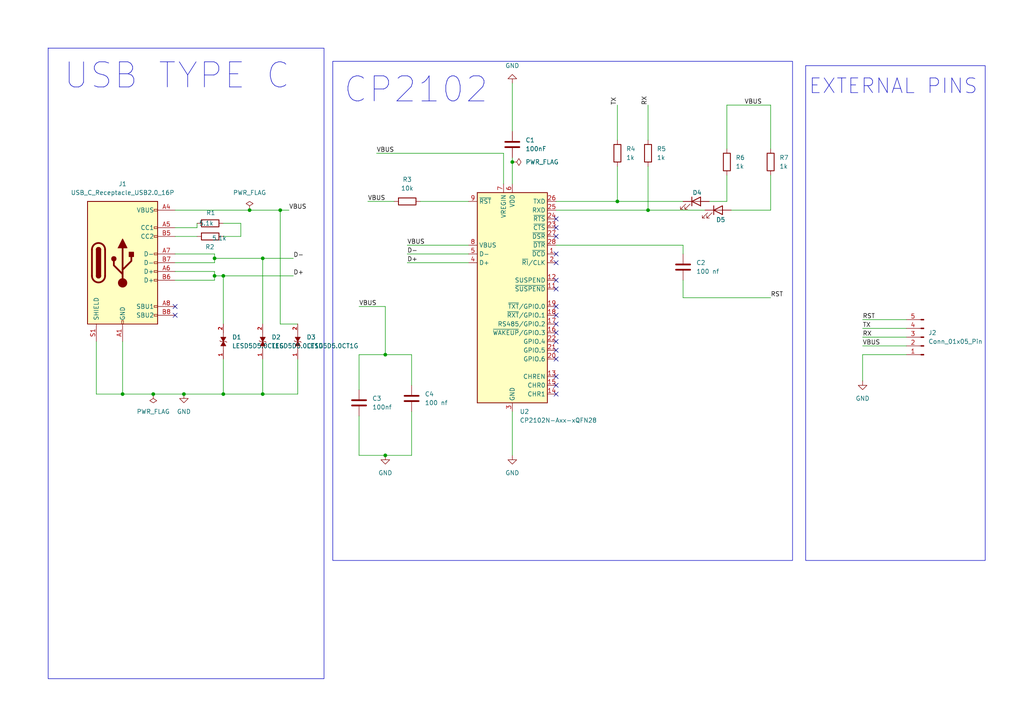
<source format=kicad_sch>
(kicad_sch
	(version 20250114)
	(generator "eeschema")
	(generator_version "9.0")
	(uuid "5a803be2-8798-4307-a7b2-f63737dcb041")
	(paper "A4")
	(lib_symbols
		(symbol "Connector:Conn_01x05_Pin"
			(pin_names
				(offset 1.016)
				(hide yes)
			)
			(exclude_from_sim no)
			(in_bom yes)
			(on_board yes)
			(property "Reference" "J"
				(at 0 7.62 0)
				(effects
					(font
						(size 1.27 1.27)
					)
				)
			)
			(property "Value" "Conn_01x05_Pin"
				(at 0 -7.62 0)
				(effects
					(font
						(size 1.27 1.27)
					)
				)
			)
			(property "Footprint" ""
				(at 0 0 0)
				(effects
					(font
						(size 1.27 1.27)
					)
					(hide yes)
				)
			)
			(property "Datasheet" "~"
				(at 0 0 0)
				(effects
					(font
						(size 1.27 1.27)
					)
					(hide yes)
				)
			)
			(property "Description" "Generic connector, single row, 01x05, script generated"
				(at 0 0 0)
				(effects
					(font
						(size 1.27 1.27)
					)
					(hide yes)
				)
			)
			(property "ki_locked" ""
				(at 0 0 0)
				(effects
					(font
						(size 1.27 1.27)
					)
				)
			)
			(property "ki_keywords" "connector"
				(at 0 0 0)
				(effects
					(font
						(size 1.27 1.27)
					)
					(hide yes)
				)
			)
			(property "ki_fp_filters" "Connector*:*_1x??_*"
				(at 0 0 0)
				(effects
					(font
						(size 1.27 1.27)
					)
					(hide yes)
				)
			)
			(symbol "Conn_01x05_Pin_1_1"
				(rectangle
					(start 0.8636 5.207)
					(end 0 4.953)
					(stroke
						(width 0.1524)
						(type default)
					)
					(fill
						(type outline)
					)
				)
				(rectangle
					(start 0.8636 2.667)
					(end 0 2.413)
					(stroke
						(width 0.1524)
						(type default)
					)
					(fill
						(type outline)
					)
				)
				(rectangle
					(start 0.8636 0.127)
					(end 0 -0.127)
					(stroke
						(width 0.1524)
						(type default)
					)
					(fill
						(type outline)
					)
				)
				(rectangle
					(start 0.8636 -2.413)
					(end 0 -2.667)
					(stroke
						(width 0.1524)
						(type default)
					)
					(fill
						(type outline)
					)
				)
				(rectangle
					(start 0.8636 -4.953)
					(end 0 -5.207)
					(stroke
						(width 0.1524)
						(type default)
					)
					(fill
						(type outline)
					)
				)
				(polyline
					(pts
						(xy 1.27 5.08) (xy 0.8636 5.08)
					)
					(stroke
						(width 0.1524)
						(type default)
					)
					(fill
						(type none)
					)
				)
				(polyline
					(pts
						(xy 1.27 2.54) (xy 0.8636 2.54)
					)
					(stroke
						(width 0.1524)
						(type default)
					)
					(fill
						(type none)
					)
				)
				(polyline
					(pts
						(xy 1.27 0) (xy 0.8636 0)
					)
					(stroke
						(width 0.1524)
						(type default)
					)
					(fill
						(type none)
					)
				)
				(polyline
					(pts
						(xy 1.27 -2.54) (xy 0.8636 -2.54)
					)
					(stroke
						(width 0.1524)
						(type default)
					)
					(fill
						(type none)
					)
				)
				(polyline
					(pts
						(xy 1.27 -5.08) (xy 0.8636 -5.08)
					)
					(stroke
						(width 0.1524)
						(type default)
					)
					(fill
						(type none)
					)
				)
				(pin passive line
					(at 5.08 5.08 180)
					(length 3.81)
					(name "Pin_1"
						(effects
							(font
								(size 1.27 1.27)
							)
						)
					)
					(number "1"
						(effects
							(font
								(size 1.27 1.27)
							)
						)
					)
				)
				(pin passive line
					(at 5.08 2.54 180)
					(length 3.81)
					(name "Pin_2"
						(effects
							(font
								(size 1.27 1.27)
							)
						)
					)
					(number "2"
						(effects
							(font
								(size 1.27 1.27)
							)
						)
					)
				)
				(pin passive line
					(at 5.08 0 180)
					(length 3.81)
					(name "Pin_3"
						(effects
							(font
								(size 1.27 1.27)
							)
						)
					)
					(number "3"
						(effects
							(font
								(size 1.27 1.27)
							)
						)
					)
				)
				(pin passive line
					(at 5.08 -2.54 180)
					(length 3.81)
					(name "Pin_4"
						(effects
							(font
								(size 1.27 1.27)
							)
						)
					)
					(number "4"
						(effects
							(font
								(size 1.27 1.27)
							)
						)
					)
				)
				(pin passive line
					(at 5.08 -5.08 180)
					(length 3.81)
					(name "Pin_5"
						(effects
							(font
								(size 1.27 1.27)
							)
						)
					)
					(number "5"
						(effects
							(font
								(size 1.27 1.27)
							)
						)
					)
				)
			)
			(embedded_fonts no)
		)
		(symbol "Connector:USB_C_Receptacle_USB2.0_16P"
			(pin_names
				(offset 1.016)
			)
			(exclude_from_sim no)
			(in_bom yes)
			(on_board yes)
			(property "Reference" "J"
				(at 0 22.225 0)
				(effects
					(font
						(size 1.27 1.27)
					)
				)
			)
			(property "Value" "USB_C_Receptacle_USB2.0_16P"
				(at 0 19.685 0)
				(effects
					(font
						(size 1.27 1.27)
					)
				)
			)
			(property "Footprint" ""
				(at 3.81 0 0)
				(effects
					(font
						(size 1.27 1.27)
					)
					(hide yes)
				)
			)
			(property "Datasheet" "https://www.usb.org/sites/default/files/documents/usb_type-c.zip"
				(at 3.81 0 0)
				(effects
					(font
						(size 1.27 1.27)
					)
					(hide yes)
				)
			)
			(property "Description" "USB 2.0-only 16P Type-C Receptacle connector"
				(at 0 0 0)
				(effects
					(font
						(size 1.27 1.27)
					)
					(hide yes)
				)
			)
			(property "ki_keywords" "usb universal serial bus type-C USB2.0"
				(at 0 0 0)
				(effects
					(font
						(size 1.27 1.27)
					)
					(hide yes)
				)
			)
			(property "ki_fp_filters" "USB*C*Receptacle*"
				(at 0 0 0)
				(effects
					(font
						(size 1.27 1.27)
					)
					(hide yes)
				)
			)
			(symbol "USB_C_Receptacle_USB2.0_16P_0_0"
				(rectangle
					(start -0.254 -17.78)
					(end 0.254 -16.764)
					(stroke
						(width 0)
						(type default)
					)
					(fill
						(type none)
					)
				)
				(rectangle
					(start 10.16 15.494)
					(end 9.144 14.986)
					(stroke
						(width 0)
						(type default)
					)
					(fill
						(type none)
					)
				)
				(rectangle
					(start 10.16 10.414)
					(end 9.144 9.906)
					(stroke
						(width 0)
						(type default)
					)
					(fill
						(type none)
					)
				)
				(rectangle
					(start 10.16 7.874)
					(end 9.144 7.366)
					(stroke
						(width 0)
						(type default)
					)
					(fill
						(type none)
					)
				)
				(rectangle
					(start 10.16 2.794)
					(end 9.144 2.286)
					(stroke
						(width 0)
						(type default)
					)
					(fill
						(type none)
					)
				)
				(rectangle
					(start 10.16 0.254)
					(end 9.144 -0.254)
					(stroke
						(width 0)
						(type default)
					)
					(fill
						(type none)
					)
				)
				(rectangle
					(start 10.16 -2.286)
					(end 9.144 -2.794)
					(stroke
						(width 0)
						(type default)
					)
					(fill
						(type none)
					)
				)
				(rectangle
					(start 10.16 -4.826)
					(end 9.144 -5.334)
					(stroke
						(width 0)
						(type default)
					)
					(fill
						(type none)
					)
				)
				(rectangle
					(start 10.16 -12.446)
					(end 9.144 -12.954)
					(stroke
						(width 0)
						(type default)
					)
					(fill
						(type none)
					)
				)
				(rectangle
					(start 10.16 -14.986)
					(end 9.144 -15.494)
					(stroke
						(width 0)
						(type default)
					)
					(fill
						(type none)
					)
				)
			)
			(symbol "USB_C_Receptacle_USB2.0_16P_0_1"
				(rectangle
					(start -10.16 17.78)
					(end 10.16 -17.78)
					(stroke
						(width 0.254)
						(type default)
					)
					(fill
						(type background)
					)
				)
				(polyline
					(pts
						(xy -8.89 -3.81) (xy -8.89 3.81)
					)
					(stroke
						(width 0.508)
						(type default)
					)
					(fill
						(type none)
					)
				)
				(rectangle
					(start -7.62 -3.81)
					(end -6.35 3.81)
					(stroke
						(width 0.254)
						(type default)
					)
					(fill
						(type outline)
					)
				)
				(arc
					(start -7.62 3.81)
					(mid -6.985 4.4423)
					(end -6.35 3.81)
					(stroke
						(width 0.254)
						(type default)
					)
					(fill
						(type none)
					)
				)
				(arc
					(start -7.62 3.81)
					(mid -6.985 4.4423)
					(end -6.35 3.81)
					(stroke
						(width 0.254)
						(type default)
					)
					(fill
						(type outline)
					)
				)
				(arc
					(start -8.89 3.81)
					(mid -6.985 5.7067)
					(end -5.08 3.81)
					(stroke
						(width 0.508)
						(type default)
					)
					(fill
						(type none)
					)
				)
				(arc
					(start -5.08 -3.81)
					(mid -6.985 -5.7067)
					(end -8.89 -3.81)
					(stroke
						(width 0.508)
						(type default)
					)
					(fill
						(type none)
					)
				)
				(arc
					(start -6.35 -3.81)
					(mid -6.985 -4.4423)
					(end -7.62 -3.81)
					(stroke
						(width 0.254)
						(type default)
					)
					(fill
						(type none)
					)
				)
				(arc
					(start -6.35 -3.81)
					(mid -6.985 -4.4423)
					(end -7.62 -3.81)
					(stroke
						(width 0.254)
						(type default)
					)
					(fill
						(type outline)
					)
				)
				(polyline
					(pts
						(xy -5.08 3.81) (xy -5.08 -3.81)
					)
					(stroke
						(width 0.508)
						(type default)
					)
					(fill
						(type none)
					)
				)
				(circle
					(center -2.54 1.143)
					(radius 0.635)
					(stroke
						(width 0.254)
						(type default)
					)
					(fill
						(type outline)
					)
				)
				(polyline
					(pts
						(xy -1.27 4.318) (xy 0 6.858) (xy 1.27 4.318) (xy -1.27 4.318)
					)
					(stroke
						(width 0.254)
						(type default)
					)
					(fill
						(type outline)
					)
				)
				(polyline
					(pts
						(xy 0 -2.032) (xy 2.54 0.508) (xy 2.54 1.778)
					)
					(stroke
						(width 0.508)
						(type default)
					)
					(fill
						(type none)
					)
				)
				(polyline
					(pts
						(xy 0 -3.302) (xy -2.54 -0.762) (xy -2.54 0.508)
					)
					(stroke
						(width 0.508)
						(type default)
					)
					(fill
						(type none)
					)
				)
				(polyline
					(pts
						(xy 0 -5.842) (xy 0 4.318)
					)
					(stroke
						(width 0.508)
						(type default)
					)
					(fill
						(type none)
					)
				)
				(circle
					(center 0 -5.842)
					(radius 1.27)
					(stroke
						(width 0)
						(type default)
					)
					(fill
						(type outline)
					)
				)
				(rectangle
					(start 1.905 1.778)
					(end 3.175 3.048)
					(stroke
						(width 0.254)
						(type default)
					)
					(fill
						(type outline)
					)
				)
			)
			(symbol "USB_C_Receptacle_USB2.0_16P_1_1"
				(pin passive line
					(at -7.62 -22.86 90)
					(length 5.08)
					(name "SHIELD"
						(effects
							(font
								(size 1.27 1.27)
							)
						)
					)
					(number "S1"
						(effects
							(font
								(size 1.27 1.27)
							)
						)
					)
				)
				(pin passive line
					(at 0 -22.86 90)
					(length 5.08)
					(name "GND"
						(effects
							(font
								(size 1.27 1.27)
							)
						)
					)
					(number "A1"
						(effects
							(font
								(size 1.27 1.27)
							)
						)
					)
				)
				(pin passive line
					(at 0 -22.86 90)
					(length 5.08)
					(hide yes)
					(name "GND"
						(effects
							(font
								(size 1.27 1.27)
							)
						)
					)
					(number "A12"
						(effects
							(font
								(size 1.27 1.27)
							)
						)
					)
				)
				(pin passive line
					(at 0 -22.86 90)
					(length 5.08)
					(hide yes)
					(name "GND"
						(effects
							(font
								(size 1.27 1.27)
							)
						)
					)
					(number "B1"
						(effects
							(font
								(size 1.27 1.27)
							)
						)
					)
				)
				(pin passive line
					(at 0 -22.86 90)
					(length 5.08)
					(hide yes)
					(name "GND"
						(effects
							(font
								(size 1.27 1.27)
							)
						)
					)
					(number "B12"
						(effects
							(font
								(size 1.27 1.27)
							)
						)
					)
				)
				(pin passive line
					(at 15.24 15.24 180)
					(length 5.08)
					(name "VBUS"
						(effects
							(font
								(size 1.27 1.27)
							)
						)
					)
					(number "A4"
						(effects
							(font
								(size 1.27 1.27)
							)
						)
					)
				)
				(pin passive line
					(at 15.24 15.24 180)
					(length 5.08)
					(hide yes)
					(name "VBUS"
						(effects
							(font
								(size 1.27 1.27)
							)
						)
					)
					(number "A9"
						(effects
							(font
								(size 1.27 1.27)
							)
						)
					)
				)
				(pin passive line
					(at 15.24 15.24 180)
					(length 5.08)
					(hide yes)
					(name "VBUS"
						(effects
							(font
								(size 1.27 1.27)
							)
						)
					)
					(number "B4"
						(effects
							(font
								(size 1.27 1.27)
							)
						)
					)
				)
				(pin passive line
					(at 15.24 15.24 180)
					(length 5.08)
					(hide yes)
					(name "VBUS"
						(effects
							(font
								(size 1.27 1.27)
							)
						)
					)
					(number "B9"
						(effects
							(font
								(size 1.27 1.27)
							)
						)
					)
				)
				(pin bidirectional line
					(at 15.24 10.16 180)
					(length 5.08)
					(name "CC1"
						(effects
							(font
								(size 1.27 1.27)
							)
						)
					)
					(number "A5"
						(effects
							(font
								(size 1.27 1.27)
							)
						)
					)
				)
				(pin bidirectional line
					(at 15.24 7.62 180)
					(length 5.08)
					(name "CC2"
						(effects
							(font
								(size 1.27 1.27)
							)
						)
					)
					(number "B5"
						(effects
							(font
								(size 1.27 1.27)
							)
						)
					)
				)
				(pin bidirectional line
					(at 15.24 2.54 180)
					(length 5.08)
					(name "D-"
						(effects
							(font
								(size 1.27 1.27)
							)
						)
					)
					(number "A7"
						(effects
							(font
								(size 1.27 1.27)
							)
						)
					)
				)
				(pin bidirectional line
					(at 15.24 0 180)
					(length 5.08)
					(name "D-"
						(effects
							(font
								(size 1.27 1.27)
							)
						)
					)
					(number "B7"
						(effects
							(font
								(size 1.27 1.27)
							)
						)
					)
				)
				(pin bidirectional line
					(at 15.24 -2.54 180)
					(length 5.08)
					(name "D+"
						(effects
							(font
								(size 1.27 1.27)
							)
						)
					)
					(number "A6"
						(effects
							(font
								(size 1.27 1.27)
							)
						)
					)
				)
				(pin bidirectional line
					(at 15.24 -5.08 180)
					(length 5.08)
					(name "D+"
						(effects
							(font
								(size 1.27 1.27)
							)
						)
					)
					(number "B6"
						(effects
							(font
								(size 1.27 1.27)
							)
						)
					)
				)
				(pin bidirectional line
					(at 15.24 -12.7 180)
					(length 5.08)
					(name "SBU1"
						(effects
							(font
								(size 1.27 1.27)
							)
						)
					)
					(number "A8"
						(effects
							(font
								(size 1.27 1.27)
							)
						)
					)
				)
				(pin bidirectional line
					(at 15.24 -15.24 180)
					(length 5.08)
					(name "SBU2"
						(effects
							(font
								(size 1.27 1.27)
							)
						)
					)
					(number "B8"
						(effects
							(font
								(size 1.27 1.27)
							)
						)
					)
				)
			)
			(embedded_fonts no)
		)
		(symbol "Device:C"
			(pin_numbers
				(hide yes)
			)
			(pin_names
				(offset 0.254)
			)
			(exclude_from_sim no)
			(in_bom yes)
			(on_board yes)
			(property "Reference" "C"
				(at 0.635 2.54 0)
				(effects
					(font
						(size 1.27 1.27)
					)
					(justify left)
				)
			)
			(property "Value" "C"
				(at 0.635 -2.54 0)
				(effects
					(font
						(size 1.27 1.27)
					)
					(justify left)
				)
			)
			(property "Footprint" ""
				(at 0.9652 -3.81 0)
				(effects
					(font
						(size 1.27 1.27)
					)
					(hide yes)
				)
			)
			(property "Datasheet" "~"
				(at 0 0 0)
				(effects
					(font
						(size 1.27 1.27)
					)
					(hide yes)
				)
			)
			(property "Description" "Unpolarized capacitor"
				(at 0 0 0)
				(effects
					(font
						(size 1.27 1.27)
					)
					(hide yes)
				)
			)
			(property "ki_keywords" "cap capacitor"
				(at 0 0 0)
				(effects
					(font
						(size 1.27 1.27)
					)
					(hide yes)
				)
			)
			(property "ki_fp_filters" "C_*"
				(at 0 0 0)
				(effects
					(font
						(size 1.27 1.27)
					)
					(hide yes)
				)
			)
			(symbol "C_0_1"
				(polyline
					(pts
						(xy -2.032 0.762) (xy 2.032 0.762)
					)
					(stroke
						(width 0.508)
						(type default)
					)
					(fill
						(type none)
					)
				)
				(polyline
					(pts
						(xy -2.032 -0.762) (xy 2.032 -0.762)
					)
					(stroke
						(width 0.508)
						(type default)
					)
					(fill
						(type none)
					)
				)
			)
			(symbol "C_1_1"
				(pin passive line
					(at 0 3.81 270)
					(length 2.794)
					(name "~"
						(effects
							(font
								(size 1.27 1.27)
							)
						)
					)
					(number "1"
						(effects
							(font
								(size 1.27 1.27)
							)
						)
					)
				)
				(pin passive line
					(at 0 -3.81 90)
					(length 2.794)
					(name "~"
						(effects
							(font
								(size 1.27 1.27)
							)
						)
					)
					(number "2"
						(effects
							(font
								(size 1.27 1.27)
							)
						)
					)
				)
			)
			(embedded_fonts no)
		)
		(symbol "Device:LED"
			(pin_numbers
				(hide yes)
			)
			(pin_names
				(offset 1.016)
				(hide yes)
			)
			(exclude_from_sim no)
			(in_bom yes)
			(on_board yes)
			(property "Reference" "D"
				(at 0 2.54 0)
				(effects
					(font
						(size 1.27 1.27)
					)
				)
			)
			(property "Value" "LED"
				(at 0 -2.54 0)
				(effects
					(font
						(size 1.27 1.27)
					)
				)
			)
			(property "Footprint" ""
				(at 0 0 0)
				(effects
					(font
						(size 1.27 1.27)
					)
					(hide yes)
				)
			)
			(property "Datasheet" "~"
				(at 0 0 0)
				(effects
					(font
						(size 1.27 1.27)
					)
					(hide yes)
				)
			)
			(property "Description" "Light emitting diode"
				(at 0 0 0)
				(effects
					(font
						(size 1.27 1.27)
					)
					(hide yes)
				)
			)
			(property "Sim.Pins" "1=K 2=A"
				(at 0 0 0)
				(effects
					(font
						(size 1.27 1.27)
					)
					(hide yes)
				)
			)
			(property "ki_keywords" "LED diode"
				(at 0 0 0)
				(effects
					(font
						(size 1.27 1.27)
					)
					(hide yes)
				)
			)
			(property "ki_fp_filters" "LED* LED_SMD:* LED_THT:*"
				(at 0 0 0)
				(effects
					(font
						(size 1.27 1.27)
					)
					(hide yes)
				)
			)
			(symbol "LED_0_1"
				(polyline
					(pts
						(xy -3.048 -0.762) (xy -4.572 -2.286) (xy -3.81 -2.286) (xy -4.572 -2.286) (xy -4.572 -1.524)
					)
					(stroke
						(width 0)
						(type default)
					)
					(fill
						(type none)
					)
				)
				(polyline
					(pts
						(xy -1.778 -0.762) (xy -3.302 -2.286) (xy -2.54 -2.286) (xy -3.302 -2.286) (xy -3.302 -1.524)
					)
					(stroke
						(width 0)
						(type default)
					)
					(fill
						(type none)
					)
				)
				(polyline
					(pts
						(xy -1.27 0) (xy 1.27 0)
					)
					(stroke
						(width 0)
						(type default)
					)
					(fill
						(type none)
					)
				)
				(polyline
					(pts
						(xy -1.27 -1.27) (xy -1.27 1.27)
					)
					(stroke
						(width 0.254)
						(type default)
					)
					(fill
						(type none)
					)
				)
				(polyline
					(pts
						(xy 1.27 -1.27) (xy 1.27 1.27) (xy -1.27 0) (xy 1.27 -1.27)
					)
					(stroke
						(width 0.254)
						(type default)
					)
					(fill
						(type none)
					)
				)
			)
			(symbol "LED_1_1"
				(pin passive line
					(at -3.81 0 0)
					(length 2.54)
					(name "K"
						(effects
							(font
								(size 1.27 1.27)
							)
						)
					)
					(number "1"
						(effects
							(font
								(size 1.27 1.27)
							)
						)
					)
				)
				(pin passive line
					(at 3.81 0 180)
					(length 2.54)
					(name "A"
						(effects
							(font
								(size 1.27 1.27)
							)
						)
					)
					(number "2"
						(effects
							(font
								(size 1.27 1.27)
							)
						)
					)
				)
			)
			(embedded_fonts no)
		)
		(symbol "Device:R"
			(pin_numbers
				(hide yes)
			)
			(pin_names
				(offset 0)
			)
			(exclude_from_sim no)
			(in_bom yes)
			(on_board yes)
			(property "Reference" "R"
				(at 2.032 0 90)
				(effects
					(font
						(size 1.27 1.27)
					)
				)
			)
			(property "Value" "R"
				(at 0 0 90)
				(effects
					(font
						(size 1.27 1.27)
					)
				)
			)
			(property "Footprint" ""
				(at -1.778 0 90)
				(effects
					(font
						(size 1.27 1.27)
					)
					(hide yes)
				)
			)
			(property "Datasheet" "~"
				(at 0 0 0)
				(effects
					(font
						(size 1.27 1.27)
					)
					(hide yes)
				)
			)
			(property "Description" "Resistor"
				(at 0 0 0)
				(effects
					(font
						(size 1.27 1.27)
					)
					(hide yes)
				)
			)
			(property "ki_keywords" "R res resistor"
				(at 0 0 0)
				(effects
					(font
						(size 1.27 1.27)
					)
					(hide yes)
				)
			)
			(property "ki_fp_filters" "R_*"
				(at 0 0 0)
				(effects
					(font
						(size 1.27 1.27)
					)
					(hide yes)
				)
			)
			(symbol "R_0_1"
				(rectangle
					(start -1.016 -2.54)
					(end 1.016 2.54)
					(stroke
						(width 0.254)
						(type default)
					)
					(fill
						(type none)
					)
				)
			)
			(symbol "R_1_1"
				(pin passive line
					(at 0 3.81 270)
					(length 1.27)
					(name "~"
						(effects
							(font
								(size 1.27 1.27)
							)
						)
					)
					(number "1"
						(effects
							(font
								(size 1.27 1.27)
							)
						)
					)
				)
				(pin passive line
					(at 0 -3.81 90)
					(length 1.27)
					(name "~"
						(effects
							(font
								(size 1.27 1.27)
							)
						)
					)
					(number "2"
						(effects
							(font
								(size 1.27 1.27)
							)
						)
					)
				)
			)
			(embedded_fonts no)
		)
		(symbol "Interface_USB:CP2102N-Axx-xQFN28"
			(exclude_from_sim no)
			(in_bom yes)
			(on_board yes)
			(property "Reference" "U"
				(at -8.89 31.75 0)
				(effects
					(font
						(size 1.27 1.27)
					)
				)
			)
			(property "Value" "CP2102N-Axx-xQFN28"
				(at 12.7 31.75 0)
				(effects
					(font
						(size 1.27 1.27)
					)
				)
			)
			(property "Footprint" "Package_DFN_QFN:QFN-28-1EP_5x5mm_P0.5mm_EP3.35x3.35mm"
				(at 33.02 -31.75 0)
				(effects
					(font
						(size 1.27 1.27)
					)
					(hide yes)
				)
			)
			(property "Datasheet" "https://www.silabs.com/documents/public/data-sheets/cp2102n-datasheet.pdf"
				(at 1.27 -19.05 0)
				(effects
					(font
						(size 1.27 1.27)
					)
					(hide yes)
				)
			)
			(property "Description" "USB to UART master bridge, QFN-28"
				(at 0 0 0)
				(effects
					(font
						(size 1.27 1.27)
					)
					(hide yes)
				)
			)
			(property "ki_keywords" "USB UART bridge"
				(at 0 0 0)
				(effects
					(font
						(size 1.27 1.27)
					)
					(hide yes)
				)
			)
			(property "ki_fp_filters" "QFN*1EP*5x5mm*P0.5mm*"
				(at 0 0 0)
				(effects
					(font
						(size 1.27 1.27)
					)
					(hide yes)
				)
			)
			(symbol "CP2102N-Axx-xQFN28_0_1"
				(rectangle
					(start -10.16 30.48)
					(end 10.16 -30.48)
					(stroke
						(width 0.254)
						(type default)
					)
					(fill
						(type background)
					)
				)
			)
			(symbol "CP2102N-Axx-xQFN28_1_1"
				(pin input line
					(at -12.7 27.94 0)
					(length 2.54)
					(name "~{RST}"
						(effects
							(font
								(size 1.27 1.27)
							)
						)
					)
					(number "9"
						(effects
							(font
								(size 1.27 1.27)
							)
						)
					)
				)
				(pin input line
					(at -12.7 15.24 0)
					(length 2.54)
					(name "VBUS"
						(effects
							(font
								(size 1.27 1.27)
							)
						)
					)
					(number "8"
						(effects
							(font
								(size 1.27 1.27)
							)
						)
					)
				)
				(pin bidirectional line
					(at -12.7 12.7 0)
					(length 2.54)
					(name "D-"
						(effects
							(font
								(size 1.27 1.27)
							)
						)
					)
					(number "5"
						(effects
							(font
								(size 1.27 1.27)
							)
						)
					)
				)
				(pin bidirectional line
					(at -12.7 10.16 0)
					(length 2.54)
					(name "D+"
						(effects
							(font
								(size 1.27 1.27)
							)
						)
					)
					(number "4"
						(effects
							(font
								(size 1.27 1.27)
							)
						)
					)
				)
				(pin no_connect line
					(at -10.16 -27.94 0)
					(length 2.54)
					(hide yes)
					(name "NC"
						(effects
							(font
								(size 1.27 1.27)
							)
						)
					)
					(number "10"
						(effects
							(font
								(size 1.27 1.27)
							)
						)
					)
				)
				(pin power_in line
					(at -2.54 33.02 270)
					(length 2.54)
					(name "VREGIN"
						(effects
							(font
								(size 1.27 1.27)
							)
						)
					)
					(number "7"
						(effects
							(font
								(size 1.27 1.27)
							)
						)
					)
				)
				(pin power_in line
					(at 0 33.02 270)
					(length 2.54)
					(name "VDD"
						(effects
							(font
								(size 1.27 1.27)
							)
						)
					)
					(number "6"
						(effects
							(font
								(size 1.27 1.27)
							)
						)
					)
				)
				(pin passive line
					(at 0 -33.02 90)
					(length 2.54)
					(hide yes)
					(name "GND"
						(effects
							(font
								(size 1.27 1.27)
							)
						)
					)
					(number "29"
						(effects
							(font
								(size 1.27 1.27)
							)
						)
					)
				)
				(pin power_in line
					(at 0 -33.02 90)
					(length 2.54)
					(name "GND"
						(effects
							(font
								(size 1.27 1.27)
							)
						)
					)
					(number "3"
						(effects
							(font
								(size 1.27 1.27)
							)
						)
					)
				)
				(pin output line
					(at 12.7 27.94 180)
					(length 2.54)
					(name "TXD"
						(effects
							(font
								(size 1.27 1.27)
							)
						)
					)
					(number "26"
						(effects
							(font
								(size 1.27 1.27)
							)
						)
					)
				)
				(pin input line
					(at 12.7 25.4 180)
					(length 2.54)
					(name "RXD"
						(effects
							(font
								(size 1.27 1.27)
							)
						)
					)
					(number "25"
						(effects
							(font
								(size 1.27 1.27)
							)
						)
					)
				)
				(pin output line
					(at 12.7 22.86 180)
					(length 2.54)
					(name "~{RTS}"
						(effects
							(font
								(size 1.27 1.27)
							)
						)
					)
					(number "24"
						(effects
							(font
								(size 1.27 1.27)
							)
						)
					)
				)
				(pin input line
					(at 12.7 20.32 180)
					(length 2.54)
					(name "~{CTS}"
						(effects
							(font
								(size 1.27 1.27)
							)
						)
					)
					(number "23"
						(effects
							(font
								(size 1.27 1.27)
							)
						)
					)
				)
				(pin input line
					(at 12.7 17.78 180)
					(length 2.54)
					(name "~{DSR}"
						(effects
							(font
								(size 1.27 1.27)
							)
						)
					)
					(number "27"
						(effects
							(font
								(size 1.27 1.27)
							)
						)
					)
				)
				(pin output line
					(at 12.7 15.24 180)
					(length 2.54)
					(name "~{DTR}"
						(effects
							(font
								(size 1.27 1.27)
							)
						)
					)
					(number "28"
						(effects
							(font
								(size 1.27 1.27)
							)
						)
					)
				)
				(pin input line
					(at 12.7 12.7 180)
					(length 2.54)
					(name "~{DCD}"
						(effects
							(font
								(size 1.27 1.27)
							)
						)
					)
					(number "1"
						(effects
							(font
								(size 1.27 1.27)
							)
						)
					)
				)
				(pin bidirectional line
					(at 12.7 10.16 180)
					(length 2.54)
					(name "~{RI}/CLK"
						(effects
							(font
								(size 1.27 1.27)
							)
						)
					)
					(number "2"
						(effects
							(font
								(size 1.27 1.27)
							)
						)
					)
				)
				(pin output line
					(at 12.7 5.08 180)
					(length 2.54)
					(name "SUSPEND"
						(effects
							(font
								(size 1.27 1.27)
							)
						)
					)
					(number "12"
						(effects
							(font
								(size 1.27 1.27)
							)
						)
					)
				)
				(pin output line
					(at 12.7 2.54 180)
					(length 2.54)
					(name "~{SUSPEND}"
						(effects
							(font
								(size 1.27 1.27)
							)
						)
					)
					(number "11"
						(effects
							(font
								(size 1.27 1.27)
							)
						)
					)
				)
				(pin bidirectional line
					(at 12.7 -2.54 180)
					(length 2.54)
					(name "~{TXT}/GPIO.0"
						(effects
							(font
								(size 1.27 1.27)
							)
						)
					)
					(number "19"
						(effects
							(font
								(size 1.27 1.27)
							)
						)
					)
				)
				(pin bidirectional line
					(at 12.7 -5.08 180)
					(length 2.54)
					(name "~{RXT}/GPIO.1"
						(effects
							(font
								(size 1.27 1.27)
							)
						)
					)
					(number "18"
						(effects
							(font
								(size 1.27 1.27)
							)
						)
					)
				)
				(pin bidirectional line
					(at 12.7 -7.62 180)
					(length 2.54)
					(name "RS485/GPIO.2"
						(effects
							(font
								(size 1.27 1.27)
							)
						)
					)
					(number "17"
						(effects
							(font
								(size 1.27 1.27)
							)
						)
					)
				)
				(pin bidirectional line
					(at 12.7 -10.16 180)
					(length 2.54)
					(name "~{WAKEUP}/GPIO.3"
						(effects
							(font
								(size 1.27 1.27)
							)
						)
					)
					(number "16"
						(effects
							(font
								(size 1.27 1.27)
							)
						)
					)
				)
				(pin bidirectional line
					(at 12.7 -12.7 180)
					(length 2.54)
					(name "GPIO.4"
						(effects
							(font
								(size 1.27 1.27)
							)
						)
					)
					(number "22"
						(effects
							(font
								(size 1.27 1.27)
							)
						)
					)
				)
				(pin bidirectional line
					(at 12.7 -15.24 180)
					(length 2.54)
					(name "GPIO.5"
						(effects
							(font
								(size 1.27 1.27)
							)
						)
					)
					(number "21"
						(effects
							(font
								(size 1.27 1.27)
							)
						)
					)
				)
				(pin bidirectional line
					(at 12.7 -17.78 180)
					(length 2.54)
					(name "GPIO.6"
						(effects
							(font
								(size 1.27 1.27)
							)
						)
					)
					(number "20"
						(effects
							(font
								(size 1.27 1.27)
							)
						)
					)
				)
				(pin output line
					(at 12.7 -22.86 180)
					(length 2.54)
					(name "CHREN"
						(effects
							(font
								(size 1.27 1.27)
							)
						)
					)
					(number "13"
						(effects
							(font
								(size 1.27 1.27)
							)
						)
					)
				)
				(pin output line
					(at 12.7 -25.4 180)
					(length 2.54)
					(name "CHR0"
						(effects
							(font
								(size 1.27 1.27)
							)
						)
					)
					(number "15"
						(effects
							(font
								(size 1.27 1.27)
							)
						)
					)
				)
				(pin output line
					(at 12.7 -27.94 180)
					(length 2.54)
					(name "CHR1"
						(effects
							(font
								(size 1.27 1.27)
							)
						)
					)
					(number "14"
						(effects
							(font
								(size 1.27 1.27)
							)
						)
					)
				)
			)
			(embedded_fonts no)
		)
		(symbol "LESD5D5.0CT1G:LESD5D5.0CT1G"
			(pin_names
				(offset 1.016)
			)
			(exclude_from_sim no)
			(in_bom yes)
			(on_board yes)
			(property "Reference" "D"
				(at -5.08 2.54 0)
				(effects
					(font
						(size 1.27 1.27)
					)
					(justify left bottom)
				)
			)
			(property "Value" "LESD5D5.0CT1G"
				(at -5.08 -5.08 0)
				(effects
					(font
						(size 1.27 1.27)
					)
					(justify left bottom)
				)
			)
			(property "Footprint" "LESD5D5.0CT1G:TVS_LESD5D5.0CT1G"
				(at 0 0 0)
				(effects
					(font
						(size 1.27 1.27)
					)
					(justify bottom)
					(hide yes)
				)
			)
			(property "Datasheet" ""
				(at 0 0 0)
				(effects
					(font
						(size 1.27 1.27)
					)
					(hide yes)
				)
			)
			(property "Description" ""
				(at 0 0 0)
				(effects
					(font
						(size 1.27 1.27)
					)
					(hide yes)
				)
			)
			(property "MF" "Leshan Radio Co."
				(at 0 0 0)
				(effects
					(font
						(size 1.27 1.27)
					)
					(justify bottom)
					(hide yes)
				)
			)
			(property "MAXIMUM_PACKAGE_HEIGHT" "0.7 mm"
				(at 0 0 0)
				(effects
					(font
						(size 1.27 1.27)
					)
					(justify bottom)
					(hide yes)
				)
			)
			(property "Package" "None"
				(at 0 0 0)
				(effects
					(font
						(size 1.27 1.27)
					)
					(justify bottom)
					(hide yes)
				)
			)
			(property "Price" "None"
				(at 0 0 0)
				(effects
					(font
						(size 1.27 1.27)
					)
					(justify bottom)
					(hide yes)
				)
			)
			(property "Check_prices" "https://www.snapeda.com/parts/LESD5D5.0CT1G/Leshan+Radio/view-part/?ref=eda"
				(at 0 0 0)
				(effects
					(font
						(size 1.27 1.27)
					)
					(justify bottom)
					(hide yes)
				)
			)
			(property "STANDARD" "Manufacturer Recommendations"
				(at 0 0 0)
				(effects
					(font
						(size 1.27 1.27)
					)
					(justify bottom)
					(hide yes)
				)
			)
			(property "PARTREV" "O"
				(at 0 0 0)
				(effects
					(font
						(size 1.27 1.27)
					)
					(justify bottom)
					(hide yes)
				)
			)
			(property "SnapEDA_Link" "https://www.snapeda.com/parts/LESD5D5.0CT1G/Leshan+Radio/view-part/?ref=snap"
				(at 0 0 0)
				(effects
					(font
						(size 1.27 1.27)
					)
					(justify bottom)
					(hide yes)
				)
			)
			(property "MP" "LESD5D5.0CT1G"
				(at 0 0 0)
				(effects
					(font
						(size 1.27 1.27)
					)
					(justify bottom)
					(hide yes)
				)
			)
			(property "Description_1" "Transient Voltage Suppressors for ESD Protection"
				(at 0 0 0)
				(effects
					(font
						(size 1.27 1.27)
					)
					(justify bottom)
					(hide yes)
				)
			)
			(property "Availability" "In Stock"
				(at 0 0 0)
				(effects
					(font
						(size 1.27 1.27)
					)
					(justify bottom)
					(hide yes)
				)
			)
			(property "MANUFACTURER" "LRC"
				(at 0 0 0)
				(effects
					(font
						(size 1.27 1.27)
					)
					(justify bottom)
					(hide yes)
				)
			)
			(symbol "LESD5D5.0CT1G_0_0"
				(polyline
					(pts
						(xy -1.27 0) (xy -2.54 0)
					)
					(stroke
						(width 0.1524)
						(type default)
					)
					(fill
						(type none)
					)
				)
				(polyline
					(pts
						(xy 0 0.762) (xy 0.254 1.016)
					)
					(stroke
						(width 0.1524)
						(type default)
					)
					(fill
						(type none)
					)
				)
				(polyline
					(pts
						(xy 0 0) (xy -1.27 -0.762) (xy -1.27 0.762) (xy 0 0)
					)
					(stroke
						(width 0.1524)
						(type default)
					)
					(fill
						(type outline)
					)
				)
				(polyline
					(pts
						(xy 0 0) (xy 1.27 0.762) (xy 1.27 -0.762) (xy 0 0)
					)
					(stroke
						(width 0.1524)
						(type default)
					)
					(fill
						(type outline)
					)
				)
				(polyline
					(pts
						(xy 0 -0.762) (xy -0.254 -1.016)
					)
					(stroke
						(width 0.1524)
						(type default)
					)
					(fill
						(type none)
					)
				)
				(polyline
					(pts
						(xy 0 -0.762) (xy 0 0.762)
					)
					(stroke
						(width 0.1524)
						(type default)
					)
					(fill
						(type none)
					)
				)
				(polyline
					(pts
						(xy 1.27 0) (xy 2.54 0)
					)
					(stroke
						(width 0.1524)
						(type default)
					)
					(fill
						(type none)
					)
				)
				(pin passive line
					(at -5.08 0 0)
					(length 2.54)
					(name "~"
						(effects
							(font
								(size 1.016 1.016)
							)
						)
					)
					(number "1"
						(effects
							(font
								(size 1.016 1.016)
							)
						)
					)
				)
				(pin passive line
					(at 5.08 0 180)
					(length 2.54)
					(name "~"
						(effects
							(font
								(size 1.016 1.016)
							)
						)
					)
					(number "2"
						(effects
							(font
								(size 1.016 1.016)
							)
						)
					)
				)
			)
			(embedded_fonts no)
		)
		(symbol "power:GND"
			(power)
			(pin_numbers
				(hide yes)
			)
			(pin_names
				(offset 0)
				(hide yes)
			)
			(exclude_from_sim no)
			(in_bom yes)
			(on_board yes)
			(property "Reference" "#PWR"
				(at 0 -6.35 0)
				(effects
					(font
						(size 1.27 1.27)
					)
					(hide yes)
				)
			)
			(property "Value" "GND"
				(at 0 -3.81 0)
				(effects
					(font
						(size 1.27 1.27)
					)
				)
			)
			(property "Footprint" ""
				(at 0 0 0)
				(effects
					(font
						(size 1.27 1.27)
					)
					(hide yes)
				)
			)
			(property "Datasheet" ""
				(at 0 0 0)
				(effects
					(font
						(size 1.27 1.27)
					)
					(hide yes)
				)
			)
			(property "Description" "Power symbol creates a global label with name \"GND\" , ground"
				(at 0 0 0)
				(effects
					(font
						(size 1.27 1.27)
					)
					(hide yes)
				)
			)
			(property "ki_keywords" "global power"
				(at 0 0 0)
				(effects
					(font
						(size 1.27 1.27)
					)
					(hide yes)
				)
			)
			(symbol "GND_0_1"
				(polyline
					(pts
						(xy 0 0) (xy 0 -1.27) (xy 1.27 -1.27) (xy 0 -2.54) (xy -1.27 -1.27) (xy 0 -1.27)
					)
					(stroke
						(width 0)
						(type default)
					)
					(fill
						(type none)
					)
				)
			)
			(symbol "GND_1_1"
				(pin power_in line
					(at 0 0 270)
					(length 0)
					(name "~"
						(effects
							(font
								(size 1.27 1.27)
							)
						)
					)
					(number "1"
						(effects
							(font
								(size 1.27 1.27)
							)
						)
					)
				)
			)
			(embedded_fonts no)
		)
		(symbol "power:PWR_FLAG"
			(power)
			(pin_numbers
				(hide yes)
			)
			(pin_names
				(offset 0)
				(hide yes)
			)
			(exclude_from_sim no)
			(in_bom yes)
			(on_board yes)
			(property "Reference" "#FLG"
				(at 0 1.905 0)
				(effects
					(font
						(size 1.27 1.27)
					)
					(hide yes)
				)
			)
			(property "Value" "PWR_FLAG"
				(at 0 3.81 0)
				(effects
					(font
						(size 1.27 1.27)
					)
				)
			)
			(property "Footprint" ""
				(at 0 0 0)
				(effects
					(font
						(size 1.27 1.27)
					)
					(hide yes)
				)
			)
			(property "Datasheet" "~"
				(at 0 0 0)
				(effects
					(font
						(size 1.27 1.27)
					)
					(hide yes)
				)
			)
			(property "Description" "Special symbol for telling ERC where power comes from"
				(at 0 0 0)
				(effects
					(font
						(size 1.27 1.27)
					)
					(hide yes)
				)
			)
			(property "ki_keywords" "flag power"
				(at 0 0 0)
				(effects
					(font
						(size 1.27 1.27)
					)
					(hide yes)
				)
			)
			(symbol "PWR_FLAG_0_0"
				(pin power_out line
					(at 0 0 90)
					(length 0)
					(name "~"
						(effects
							(font
								(size 1.27 1.27)
							)
						)
					)
					(number "1"
						(effects
							(font
								(size 1.27 1.27)
							)
						)
					)
				)
			)
			(symbol "PWR_FLAG_0_1"
				(polyline
					(pts
						(xy 0 0) (xy 0 1.27) (xy -1.016 1.905) (xy 0 2.54) (xy 1.016 1.905) (xy 0 1.27)
					)
					(stroke
						(width 0)
						(type default)
					)
					(fill
						(type none)
					)
				)
			)
			(embedded_fonts no)
		)
	)
	(rectangle
		(start 96.52 17.78)
		(end 229.87 162.56)
		(stroke
			(width 0)
			(type default)
		)
		(fill
			(type none)
		)
		(uuid 07dff309-9ab6-4844-ac22-88c26bb0bd25)
	)
	(rectangle
		(start 13.97 13.97)
		(end 93.98 196.85)
		(stroke
			(width 0)
			(type default)
		)
		(fill
			(type none)
		)
		(uuid 0b77ff27-3c26-40a7-bb26-29b93cfd5859)
	)
	(rectangle
		(start 13.9446 13.9446)
		(end 13.97 13.97)
		(stroke
			(width 0)
			(type default)
		)
		(fill
			(type none)
		)
		(uuid c315a2bb-4e32-432e-a2de-382064c38127)
	)
	(rectangle
		(start 233.68 19.05)
		(end 285.75 162.56)
		(stroke
			(width 0)
			(type default)
		)
		(fill
			(type none)
		)
		(uuid d7da7a41-36f2-4239-b6ba-288ccba8ed20)
	)
	(text "USB TYPE C"
		(exclude_from_sim no)
		(at 51.308 22.098 0)
		(effects
			(font
				(size 7.29 7.29)
			)
		)
		(uuid "5bd83c6f-b2fe-44ae-b1d7-3aaddd03eb9b")
	)
	(text "EXTERNAL PINS"
		(exclude_from_sim no)
		(at 259.08 25.146 0)
		(effects
			(font
				(size 4.27 4.27)
			)
		)
		(uuid "9d630034-9608-469d-8234-c02b6dd33c2a")
	)
	(text "CP2102"
		(exclude_from_sim no)
		(at 120.65 26.162 0)
		(effects
			(font
				(size 7.27 7.27)
			)
		)
		(uuid "f02c184b-c882-4e5c-88bf-1b37db2c1eb5")
	)
	(junction
		(at 62.23 80.01)
		(diameter 0)
		(color 0 0 0 0)
		(uuid "013dcf82-d4c3-4b63-8d71-b5d86edbeb0c")
	)
	(junction
		(at 35.56 114.3)
		(diameter 0)
		(color 0 0 0 0)
		(uuid "02604c6e-768e-4a25-9a98-00515babaa7f")
	)
	(junction
		(at 187.96 60.96)
		(diameter 0)
		(color 0 0 0 0)
		(uuid "08c21279-ea2e-4090-88f2-de452c51dae9")
	)
	(junction
		(at 76.2 74.93)
		(diameter 0)
		(color 0 0 0 0)
		(uuid "08cc408f-d389-4eb8-af08-553f4560edfd")
	)
	(junction
		(at 179.07 58.42)
		(diameter 0)
		(color 0 0 0 0)
		(uuid "1409e0ee-91e5-4bf6-9a3e-d4256bf2d7e1")
	)
	(junction
		(at 72.39 60.96)
		(diameter 0)
		(color 0 0 0 0)
		(uuid "55ec49a6-2f3b-414d-b654-23ebb7d42dbd")
	)
	(junction
		(at 53.34 114.3)
		(diameter 0)
		(color 0 0 0 0)
		(uuid "634701f8-3c86-4b5b-8a34-e81122290acb")
	)
	(junction
		(at 62.23 74.93)
		(diameter 0)
		(color 0 0 0 0)
		(uuid "6d5f0e12-5e52-4883-93e1-e227cecc640f")
	)
	(junction
		(at 76.2 114.3)
		(diameter 0)
		(color 0 0 0 0)
		(uuid "818f8201-f98a-4a0e-a952-aecad4306f16")
	)
	(junction
		(at 111.76 102.87)
		(diameter 0)
		(color 0 0 0 0)
		(uuid "985cea28-dc52-4430-96e3-41577473602f")
	)
	(junction
		(at 148.59 46.99)
		(diameter 0)
		(color 0 0 0 0)
		(uuid "9b81527d-70ff-4e28-98af-960f613390ba")
	)
	(junction
		(at 64.77 114.3)
		(diameter 0)
		(color 0 0 0 0)
		(uuid "a6be656b-6903-48b9-9c5c-f8ff3c0ffe44")
	)
	(junction
		(at 44.45 114.3)
		(diameter 0)
		(color 0 0 0 0)
		(uuid "bee3382d-93cb-4de6-8f8b-45ae26d3d5ea")
	)
	(junction
		(at 81.28 60.96)
		(diameter 0)
		(color 0 0 0 0)
		(uuid "d501d798-85bb-40a9-8f48-095f612e3d14")
	)
	(junction
		(at 111.76 132.08)
		(diameter 0)
		(color 0 0 0 0)
		(uuid "f799e63d-1792-4a54-bca0-cbbc24d2b91e")
	)
	(junction
		(at 64.77 80.01)
		(diameter 0)
		(color 0 0 0 0)
		(uuid "fb7026a0-ca46-4185-85b4-00c7aaf16c50")
	)
	(no_connect
		(at 161.29 114.3)
		(uuid "16f70a02-fd07-41c2-9f03-22e79c41e96e")
	)
	(no_connect
		(at 161.29 88.9)
		(uuid "1c6c4e8e-01c8-492d-b6c0-4efc934da243")
	)
	(no_connect
		(at 161.29 73.66)
		(uuid "20f57144-3549-4ed6-97ca-20b6b0bae3d9")
	)
	(no_connect
		(at 161.29 101.6)
		(uuid "2a7fa5f4-ebc9-4fc9-8611-2de8d4d0b662")
	)
	(no_connect
		(at 161.29 68.58)
		(uuid "2edd3ec5-7dd6-42d5-8ffa-e9972f5e52dc")
	)
	(no_connect
		(at 161.29 99.06)
		(uuid "338a6cc4-a1c6-4d5a-8045-604dc972f996")
	)
	(no_connect
		(at 161.29 93.98)
		(uuid "43ba217a-5846-4834-a649-538b9c88b26f")
	)
	(no_connect
		(at 161.29 96.52)
		(uuid "454aade3-08f7-4680-953b-fb1d2a4b047a")
	)
	(no_connect
		(at 50.8 88.9)
		(uuid "478750d9-f891-4cb5-b61d-213a3ef2f559")
	)
	(no_connect
		(at 50.8 91.44)
		(uuid "67313c63-1b06-47f0-baf8-7deda2cc4f07")
	)
	(no_connect
		(at 161.29 81.28)
		(uuid "756e8d89-950b-4477-b6e7-088878cf43fc")
	)
	(no_connect
		(at 161.29 91.44)
		(uuid "7ccf7600-6642-47c0-9c63-556525b85007")
	)
	(no_connect
		(at 161.29 109.22)
		(uuid "92ca52fe-a54f-44ae-bd16-eb28150a15aa")
	)
	(no_connect
		(at 161.29 111.76)
		(uuid "9c7bdc85-d45b-4a57-a262-184e96cf0f43")
	)
	(no_connect
		(at 161.29 76.2)
		(uuid "9cc2ef56-a6d2-4359-864e-3e69be3705ef")
	)
	(no_connect
		(at 161.29 63.5)
		(uuid "a888c365-a8ad-4c26-8b7a-024951d16045")
	)
	(no_connect
		(at 161.29 66.04)
		(uuid "c4949960-1ebb-4c7d-9cb2-a75d38fa3b5c")
	)
	(no_connect
		(at 161.29 83.82)
		(uuid "f136ad11-b085-458e-af3e-c70bca607691")
	)
	(no_connect
		(at 161.29 104.14)
		(uuid "f811f11b-62ba-4e36-a050-a6fdb8c42f46")
	)
	(wire
		(pts
			(xy 250.19 95.25) (xy 262.89 95.25)
		)
		(stroke
			(width 0)
			(type default)
		)
		(uuid "0399eb4a-b19f-4ccd-bfcd-49917f3198d4")
	)
	(wire
		(pts
			(xy 69.85 68.58) (xy 64.77 68.58)
		)
		(stroke
			(width 0)
			(type default)
		)
		(uuid "05a104e7-c4f3-4a16-a7d5-cc7fdacad360")
	)
	(wire
		(pts
			(xy 119.38 132.08) (xy 111.76 132.08)
		)
		(stroke
			(width 0)
			(type default)
		)
		(uuid "088e59ab-8fc5-4f44-975b-726d33c9635d")
	)
	(wire
		(pts
			(xy 50.8 68.58) (xy 57.15 68.58)
		)
		(stroke
			(width 0)
			(type default)
		)
		(uuid "0c8fd5f0-c08a-4bea-86c7-f950a32a40fb")
	)
	(wire
		(pts
			(xy 119.38 119.38) (xy 119.38 132.08)
		)
		(stroke
			(width 0)
			(type default)
		)
		(uuid "121da4dd-e138-4518-bb03-ce1df1ed91ed")
	)
	(wire
		(pts
			(xy 64.77 80.01) (xy 64.77 93.98)
		)
		(stroke
			(width 0)
			(type default)
		)
		(uuid "1476df75-5239-48d1-b037-66ae7c4099b1")
	)
	(wire
		(pts
			(xy 198.12 81.28) (xy 198.12 86.36)
		)
		(stroke
			(width 0)
			(type default)
		)
		(uuid "1b0363a1-3b66-4b81-ba63-4873793a5c25")
	)
	(wire
		(pts
			(xy 104.14 88.9) (xy 111.76 88.9)
		)
		(stroke
			(width 0)
			(type default)
		)
		(uuid "281fb024-b463-4769-b927-edd4308e1a14")
	)
	(wire
		(pts
			(xy 250.19 92.71) (xy 262.89 92.71)
		)
		(stroke
			(width 0)
			(type default)
		)
		(uuid "2929b1a0-4472-499f-87e3-b4b27c5d6344")
	)
	(wire
		(pts
			(xy 223.52 60.96) (xy 212.09 60.96)
		)
		(stroke
			(width 0)
			(type default)
		)
		(uuid "2adccecc-5cc3-48d7-ab55-ce5295a913c1")
	)
	(wire
		(pts
			(xy 250.19 102.87) (xy 262.89 102.87)
		)
		(stroke
			(width 0)
			(type default)
		)
		(uuid "32a3c171-c3f5-4f62-a061-2ed3b5822e5f")
	)
	(wire
		(pts
			(xy 121.92 58.42) (xy 135.89 58.42)
		)
		(stroke
			(width 0)
			(type default)
		)
		(uuid "34e8fbff-b86b-48f2-ab0b-e77069effdc1")
	)
	(wire
		(pts
			(xy 198.12 86.36) (xy 223.52 86.36)
		)
		(stroke
			(width 0)
			(type default)
		)
		(uuid "36986f3a-1df8-4b05-8c47-8026091d0b31")
	)
	(wire
		(pts
			(xy 179.07 30.48) (xy 179.07 40.64)
		)
		(stroke
			(width 0)
			(type default)
		)
		(uuid "3a43eb3f-56a8-4948-a8a6-725f2ea6ae6c")
	)
	(wire
		(pts
			(xy 35.56 99.06) (xy 35.56 114.3)
		)
		(stroke
			(width 0)
			(type default)
		)
		(uuid "418ff5ab-0b84-4c06-93b9-8d54d2923005")
	)
	(wire
		(pts
			(xy 111.76 132.08) (xy 104.14 132.08)
		)
		(stroke
			(width 0)
			(type default)
		)
		(uuid "455f62b0-5314-4700-b621-c5c817612305")
	)
	(wire
		(pts
			(xy 50.8 60.96) (xy 72.39 60.96)
		)
		(stroke
			(width 0)
			(type default)
		)
		(uuid "45777c6a-3043-47d8-8882-306cdc5e8836")
	)
	(wire
		(pts
			(xy 86.36 104.14) (xy 86.36 114.3)
		)
		(stroke
			(width 0)
			(type default)
		)
		(uuid "4611f020-fa80-4775-b38d-e12180d3c8f2")
	)
	(wire
		(pts
			(xy 64.77 80.01) (xy 85.09 80.01)
		)
		(stroke
			(width 0)
			(type default)
		)
		(uuid "4778bd48-0879-4a2d-98b8-0e555bcbb7a0")
	)
	(wire
		(pts
			(xy 187.96 48.26) (xy 187.96 60.96)
		)
		(stroke
			(width 0)
			(type default)
		)
		(uuid "484e4736-e237-4368-8377-4659ef04a766")
	)
	(wire
		(pts
			(xy 148.59 119.38) (xy 148.59 132.08)
		)
		(stroke
			(width 0)
			(type default)
		)
		(uuid "48aeac68-76aa-45c4-8d86-3c264a6e201f")
	)
	(wire
		(pts
			(xy 119.38 102.87) (xy 119.38 111.76)
		)
		(stroke
			(width 0)
			(type default)
		)
		(uuid "4a0119fc-4976-4d4d-81ca-c18fc1da5521")
	)
	(wire
		(pts
			(xy 118.11 73.66) (xy 135.89 73.66)
		)
		(stroke
			(width 0)
			(type default)
		)
		(uuid "4af72c2b-dca0-4cba-aa15-338c203de8cd")
	)
	(wire
		(pts
			(xy 81.28 60.96) (xy 83.82 60.96)
		)
		(stroke
			(width 0)
			(type default)
		)
		(uuid "4baee71c-55cb-433e-8e85-52db2d9405cf")
	)
	(wire
		(pts
			(xy 69.85 64.77) (xy 69.85 68.58)
		)
		(stroke
			(width 0)
			(type default)
		)
		(uuid "4c52fd69-0f29-4792-a688-f7a20fda052b")
	)
	(wire
		(pts
			(xy 50.8 73.66) (xy 62.23 73.66)
		)
		(stroke
			(width 0)
			(type default)
		)
		(uuid "4cc53f1e-39f7-4cda-939c-678f0c43a6f8")
	)
	(wire
		(pts
			(xy 35.56 114.3) (xy 44.45 114.3)
		)
		(stroke
			(width 0)
			(type default)
		)
		(uuid "50ca48be-70ca-4ddf-a56e-ca630d6d34d0")
	)
	(wire
		(pts
			(xy 111.76 102.87) (xy 119.38 102.87)
		)
		(stroke
			(width 0)
			(type default)
		)
		(uuid "5a4b164e-4c8a-464c-b391-b9b2782e4aa3")
	)
	(wire
		(pts
			(xy 76.2 104.14) (xy 76.2 114.3)
		)
		(stroke
			(width 0)
			(type default)
		)
		(uuid "605383d1-e57d-480f-bc22-f777e787ce05")
	)
	(wire
		(pts
			(xy 62.23 80.01) (xy 62.23 81.28)
		)
		(stroke
			(width 0)
			(type default)
		)
		(uuid "605e2665-fd3d-420b-9e59-aa2f68bcbabb")
	)
	(wire
		(pts
			(xy 53.34 114.3) (xy 64.77 114.3)
		)
		(stroke
			(width 0)
			(type default)
		)
		(uuid "6418f4e0-42da-4f0e-9ed2-3c26d839fc5b")
	)
	(wire
		(pts
			(xy 104.14 113.03) (xy 104.14 102.87)
		)
		(stroke
			(width 0)
			(type default)
		)
		(uuid "66ceeb19-bdd8-40b1-82d9-f077df02ca46")
	)
	(wire
		(pts
			(xy 111.76 102.87) (xy 111.76 88.9)
		)
		(stroke
			(width 0)
			(type default)
		)
		(uuid "673a8297-8191-4b15-abb7-4996af925cec")
	)
	(wire
		(pts
			(xy 210.82 30.48) (xy 223.52 30.48)
		)
		(stroke
			(width 0)
			(type default)
		)
		(uuid "6870d007-e56c-4530-b80d-c4a0fc1d1238")
	)
	(wire
		(pts
			(xy 109.22 44.45) (xy 146.05 44.45)
		)
		(stroke
			(width 0)
			(type default)
		)
		(uuid "6f70ed07-a80f-4d38-a1ae-4633c4999077")
	)
	(wire
		(pts
			(xy 179.07 58.42) (xy 198.12 58.42)
		)
		(stroke
			(width 0)
			(type default)
		)
		(uuid "767ca32a-7de8-46af-89e5-78b01d506ca4")
	)
	(wire
		(pts
			(xy 179.07 58.42) (xy 161.29 58.42)
		)
		(stroke
			(width 0)
			(type default)
		)
		(uuid "7b545053-4a1a-409f-9e21-4acd57167bf0")
	)
	(wire
		(pts
			(xy 81.28 60.96) (xy 81.28 93.98)
		)
		(stroke
			(width 0)
			(type default)
		)
		(uuid "80038f0f-090a-4808-88ab-adee96a7b811")
	)
	(wire
		(pts
			(xy 106.68 58.42) (xy 114.3 58.42)
		)
		(stroke
			(width 0)
			(type default)
		)
		(uuid "83c7fcb8-661b-43e2-aac7-06f2824526bd")
	)
	(wire
		(pts
			(xy 64.77 114.3) (xy 76.2 114.3)
		)
		(stroke
			(width 0)
			(type default)
		)
		(uuid "846a1b0b-ba9f-4663-b7c0-4783aee40217")
	)
	(wire
		(pts
			(xy 148.59 45.72) (xy 148.59 46.99)
		)
		(stroke
			(width 0)
			(type default)
		)
		(uuid "87ea7ba2-71af-45b7-b604-bf7394a9b104")
	)
	(wire
		(pts
			(xy 250.19 97.79) (xy 262.89 97.79)
		)
		(stroke
			(width 0)
			(type default)
		)
		(uuid "89adb142-5af8-4419-a42a-5a9b8f50d8f4")
	)
	(wire
		(pts
			(xy 76.2 93.98) (xy 76.2 74.93)
		)
		(stroke
			(width 0)
			(type default)
		)
		(uuid "8af1707c-4f0f-4cfa-8c95-f6db5cfd1f8b")
	)
	(wire
		(pts
			(xy 161.29 71.12) (xy 198.12 71.12)
		)
		(stroke
			(width 0)
			(type default)
		)
		(uuid "92a576ae-732f-489c-b954-c3ec136dd1bc")
	)
	(wire
		(pts
			(xy 118.11 71.12) (xy 135.89 71.12)
		)
		(stroke
			(width 0)
			(type default)
		)
		(uuid "9473ad78-43b4-4a82-9706-88775bba0524")
	)
	(wire
		(pts
			(xy 76.2 74.93) (xy 85.09 74.93)
		)
		(stroke
			(width 0)
			(type default)
		)
		(uuid "99a94dd9-4a5e-4834-bc3d-87481c4172eb")
	)
	(wire
		(pts
			(xy 148.59 24.13) (xy 148.59 38.1)
		)
		(stroke
			(width 0)
			(type default)
		)
		(uuid "9ca8847d-6222-4c7c-ac31-eaa0de259375")
	)
	(wire
		(pts
			(xy 44.45 114.3) (xy 53.34 114.3)
		)
		(stroke
			(width 0)
			(type default)
		)
		(uuid "9e1f472c-035b-4492-a2fa-a8bf6e03adcc")
	)
	(wire
		(pts
			(xy 50.8 66.04) (xy 57.15 66.04)
		)
		(stroke
			(width 0)
			(type default)
		)
		(uuid "a1c1ff62-88ff-4c68-af5b-5d802213d6bd")
	)
	(wire
		(pts
			(xy 62.23 78.74) (xy 62.23 80.01)
		)
		(stroke
			(width 0)
			(type default)
		)
		(uuid "a9006cd4-526d-4413-8525-ee9db0fa6491")
	)
	(wire
		(pts
			(xy 104.14 132.08) (xy 104.14 120.65)
		)
		(stroke
			(width 0)
			(type default)
		)
		(uuid "aa938b5c-77af-42e9-be09-861bca0b96e1")
	)
	(wire
		(pts
			(xy 118.11 76.2) (xy 135.89 76.2)
		)
		(stroke
			(width 0)
			(type default)
		)
		(uuid "ae1f7d5f-e925-40c2-a74d-c450981ab61e")
	)
	(wire
		(pts
			(xy 81.28 93.98) (xy 86.36 93.98)
		)
		(stroke
			(width 0)
			(type default)
		)
		(uuid "af77131f-8ec0-454e-a65d-85e4c5b76d5c")
	)
	(wire
		(pts
			(xy 179.07 48.26) (xy 179.07 58.42)
		)
		(stroke
			(width 0)
			(type default)
		)
		(uuid "b4ccfad7-8b9e-4f0d-9589-b46a7fff618b")
	)
	(wire
		(pts
			(xy 62.23 76.2) (xy 50.8 76.2)
		)
		(stroke
			(width 0)
			(type default)
		)
		(uuid "b544693b-9622-4a92-97db-848e69e2db6b")
	)
	(wire
		(pts
			(xy 62.23 73.66) (xy 62.23 74.93)
		)
		(stroke
			(width 0)
			(type default)
		)
		(uuid "b6a150df-a001-4313-8856-8552fcec561a")
	)
	(wire
		(pts
			(xy 210.82 50.8) (xy 210.82 58.42)
		)
		(stroke
			(width 0)
			(type default)
		)
		(uuid "b859e4d9-5518-47fc-ba8d-3a110fa05f14")
	)
	(wire
		(pts
			(xy 205.74 58.42) (xy 210.82 58.42)
		)
		(stroke
			(width 0)
			(type default)
		)
		(uuid "bf7242dc-1502-4546-8e4f-a813dd072ffc")
	)
	(wire
		(pts
			(xy 64.77 64.77) (xy 69.85 64.77)
		)
		(stroke
			(width 0)
			(type default)
		)
		(uuid "c118186a-4ec1-4ce1-9c22-580f103e4fd7")
	)
	(wire
		(pts
			(xy 210.82 30.48) (xy 210.82 43.18)
		)
		(stroke
			(width 0)
			(type default)
		)
		(uuid "c3dd4b4d-7711-4e75-a275-88c7128c1e18")
	)
	(wire
		(pts
			(xy 223.52 30.48) (xy 223.52 43.18)
		)
		(stroke
			(width 0)
			(type default)
		)
		(uuid "c838229c-8344-4695-86f5-f00b47cc3691")
	)
	(wire
		(pts
			(xy 62.23 81.28) (xy 50.8 81.28)
		)
		(stroke
			(width 0)
			(type default)
		)
		(uuid "d261942f-1b5d-4999-b1bf-2bb40ee9cdb4")
	)
	(wire
		(pts
			(xy 62.23 74.93) (xy 76.2 74.93)
		)
		(stroke
			(width 0)
			(type default)
		)
		(uuid "d71846a4-d23e-47b6-9cd5-1a173ac6c2b3")
	)
	(wire
		(pts
			(xy 64.77 104.14) (xy 64.77 114.3)
		)
		(stroke
			(width 0)
			(type default)
		)
		(uuid "d822bd8c-4800-43c4-8797-7c479334c867")
	)
	(wire
		(pts
			(xy 161.29 60.96) (xy 187.96 60.96)
		)
		(stroke
			(width 0)
			(type default)
		)
		(uuid "db484abc-b861-457a-8dc5-450a010610ac")
	)
	(wire
		(pts
			(xy 187.96 30.48) (xy 187.96 40.64)
		)
		(stroke
			(width 0)
			(type default)
		)
		(uuid "dcf1476c-66a9-4fe8-81c6-b3631954ae27")
	)
	(wire
		(pts
			(xy 62.23 74.93) (xy 62.23 76.2)
		)
		(stroke
			(width 0)
			(type default)
		)
		(uuid "df2f21e7-e95a-407b-85c3-ad9fa8dcf110")
	)
	(wire
		(pts
			(xy 223.52 50.8) (xy 223.52 60.96)
		)
		(stroke
			(width 0)
			(type default)
		)
		(uuid "e008930e-d8cd-4d85-93c2-e4fc1edee16f")
	)
	(wire
		(pts
			(xy 50.8 78.74) (xy 62.23 78.74)
		)
		(stroke
			(width 0)
			(type default)
		)
		(uuid "e545fd50-1136-4569-84ba-48dec34f36b9")
	)
	(wire
		(pts
			(xy 72.39 60.96) (xy 81.28 60.96)
		)
		(stroke
			(width 0)
			(type default)
		)
		(uuid "e6d9b1d3-68b8-40a1-909b-5c5f22ead4a3")
	)
	(wire
		(pts
			(xy 250.19 102.87) (xy 250.19 110.49)
		)
		(stroke
			(width 0)
			(type default)
		)
		(uuid "eb5d8d6b-5cff-4a6e-85cc-eb593aa7d6d7")
	)
	(wire
		(pts
			(xy 27.94 114.3) (xy 35.56 114.3)
		)
		(stroke
			(width 0)
			(type default)
		)
		(uuid "edf1cadf-4bb1-4691-8cc6-f1391b260b7d")
	)
	(wire
		(pts
			(xy 62.23 80.01) (xy 64.77 80.01)
		)
		(stroke
			(width 0)
			(type default)
		)
		(uuid "ee503237-2080-4318-b619-6ca821b8c8d4")
	)
	(wire
		(pts
			(xy 57.15 66.04) (xy 57.15 64.77)
		)
		(stroke
			(width 0)
			(type default)
		)
		(uuid "ef3e1fcf-9a10-4e81-ac14-606e083ab9f4")
	)
	(wire
		(pts
			(xy 198.12 71.12) (xy 198.12 73.66)
		)
		(stroke
			(width 0)
			(type default)
		)
		(uuid "f0186e08-996e-4b44-8192-97fdb3d3e6ce")
	)
	(wire
		(pts
			(xy 146.05 53.34) (xy 146.05 44.45)
		)
		(stroke
			(width 0)
			(type default)
		)
		(uuid "f2b94658-e772-42b1-a8d9-ab9bd0ca6b5b")
	)
	(wire
		(pts
			(xy 250.19 100.33) (xy 262.89 100.33)
		)
		(stroke
			(width 0)
			(type default)
		)
		(uuid "f579b3c8-2e97-453b-bc85-b8bb6fc00cf2")
	)
	(wire
		(pts
			(xy 27.94 99.06) (xy 27.94 114.3)
		)
		(stroke
			(width 0)
			(type default)
		)
		(uuid "f9d62457-a8c4-47ab-ab35-46dad1e376aa")
	)
	(wire
		(pts
			(xy 76.2 114.3) (xy 86.36 114.3)
		)
		(stroke
			(width 0)
			(type default)
		)
		(uuid "fbd43213-44d9-4ffe-a5e0-2112967bf332")
	)
	(wire
		(pts
			(xy 104.14 102.87) (xy 111.76 102.87)
		)
		(stroke
			(width 0)
			(type default)
		)
		(uuid "fbd69b1a-bf83-4fa4-9d1f-4a3bce5617b1")
	)
	(wire
		(pts
			(xy 187.96 60.96) (xy 204.47 60.96)
		)
		(stroke
			(width 0)
			(type default)
		)
		(uuid "fc1b7d02-9e15-4119-bba7-9664624e6a00")
	)
	(wire
		(pts
			(xy 148.59 46.99) (xy 148.59 53.34)
		)
		(stroke
			(width 0)
			(type default)
		)
		(uuid "feeef89a-e0d2-42bd-8584-5babbd6eb73d")
	)
	(label "D+"
		(at 118.11 76.2 0)
		(effects
			(font
				(size 1.27 1.27)
			)
			(justify left bottom)
		)
		(uuid "017eca82-c014-4ecf-abf0-0f4ec61ed884")
	)
	(label "RX"
		(at 250.19 97.79 0)
		(effects
			(font
				(size 1.27 1.27)
			)
			(justify left bottom)
		)
		(uuid "0270781b-aba7-4852-8c3e-593aefc02c22")
	)
	(label "VBUS"
		(at 83.82 60.96 0)
		(effects
			(font
				(size 1.27 1.27)
			)
			(justify left bottom)
		)
		(uuid "0ef406cd-66d2-44cc-8289-5de81fa8a4c3")
	)
	(label "VBUS"
		(at 215.9 30.48 0)
		(effects
			(font
				(size 1.27 1.27)
			)
			(justify left bottom)
		)
		(uuid "19bdbc29-14c7-4c14-9ab5-e9f9d2b1da95")
	)
	(label "RST"
		(at 250.19 92.71 0)
		(effects
			(font
				(size 1.27 1.27)
			)
			(justify left bottom)
		)
		(uuid "1e709f8b-6516-40b0-ae23-a7be895dd4d2")
	)
	(label "D+"
		(at 85.09 80.01 0)
		(effects
			(font
				(size 1.27 1.27)
			)
			(justify left bottom)
		)
		(uuid "2da667b3-9232-4346-980f-1de60334d783")
	)
	(label "TX"
		(at 250.19 95.25 0)
		(effects
			(font
				(size 1.27 1.27)
			)
			(justify left bottom)
		)
		(uuid "2eeb23e5-bc92-49e6-9ca0-4ded4b12b34d")
	)
	(label "VBUS"
		(at 106.68 58.42 0)
		(effects
			(font
				(size 1.27 1.27)
			)
			(justify left bottom)
		)
		(uuid "47692873-58e2-4320-b715-7b827cf68346")
	)
	(label "D-"
		(at 118.11 73.66 0)
		(effects
			(font
				(size 1.27 1.27)
			)
			(justify left bottom)
		)
		(uuid "58ded02c-91be-41f9-a4d3-f50fd0cc064b")
	)
	(label "VBUS"
		(at 109.22 44.45 0)
		(effects
			(font
				(size 1.27 1.27)
			)
			(justify left bottom)
		)
		(uuid "6a0e15bc-a1eb-48f6-8440-ba80a5bc5b5f")
	)
	(label "VBUS"
		(at 104.14 88.9 0)
		(effects
			(font
				(size 1.27 1.27)
			)
			(justify left bottom)
		)
		(uuid "70d4f025-54c6-4c5b-805d-7d83c07e7ab1")
	)
	(label "RST"
		(at 223.52 86.36 0)
		(effects
			(font
				(size 1.27 1.27)
			)
			(justify left bottom)
		)
		(uuid "7c7bd85c-0300-4265-8e80-6d2619512db4")
	)
	(label "TX"
		(at 179.07 30.48 90)
		(effects
			(font
				(size 1.27 1.27)
			)
			(justify left bottom)
		)
		(uuid "8b82623e-ba5c-4ee9-aa39-1d1559e5cf30")
	)
	(label "D-"
		(at 85.09 74.93 0)
		(effects
			(font
				(size 1.27 1.27)
			)
			(justify left bottom)
		)
		(uuid "960578cf-8d0d-4702-a75d-40c545b98228")
	)
	(label "VBUS"
		(at 118.11 71.12 0)
		(effects
			(font
				(size 1.27 1.27)
			)
			(justify left bottom)
		)
		(uuid "a9265d4a-97dc-4597-b565-b5928bb4b4ba")
	)
	(label "RX"
		(at 187.96 30.48 90)
		(effects
			(font
				(size 1.27 1.27)
			)
			(justify left bottom)
		)
		(uuid "c086a445-e62e-472d-8b44-7abd8ff1c034")
	)
	(label "VBUS"
		(at 250.19 100.33 0)
		(effects
			(font
				(size 1.27 1.27)
			)
			(justify left bottom)
		)
		(uuid "e70b7d27-a18b-4fb9-b41b-63f041381a78")
	)
	(symbol
		(lib_id "Device:LED")
		(at 208.28 60.96 0)
		(unit 1)
		(exclude_from_sim no)
		(in_bom yes)
		(on_board yes)
		(dnp no)
		(uuid "08f3e012-baae-43ec-833c-7b4b41ee2ead")
		(property "Reference" "D5"
			(at 209.042 63.754 0)
			(effects
				(font
					(size 1.27 1.27)
				)
			)
		)
		(property "Value" "LED"
			(at 206.6925 57.15 0)
			(effects
				(font
					(size 1.27 1.27)
				)
				(hide yes)
			)
		)
		(property "Footprint" "LED_SMD:LED_0201_0603Metric"
			(at 208.28 60.96 0)
			(effects
				(font
					(size 1.27 1.27)
				)
				(hide yes)
			)
		)
		(property "Datasheet" "~"
			(at 208.28 60.96 0)
			(effects
				(font
					(size 1.27 1.27)
				)
				(hide yes)
			)
		)
		(property "Description" "Light emitting diode"
			(at 208.28 60.96 0)
			(effects
				(font
					(size 1.27 1.27)
				)
				(hide yes)
			)
		)
		(property "Sim.Pins" "1=K 2=A"
			(at 208.28 60.96 0)
			(effects
				(font
					(size 1.27 1.27)
				)
				(hide yes)
			)
		)
		(pin "2"
			(uuid "4e9ecb9b-3322-42d2-8303-9d925edee044")
		)
		(pin "1"
			(uuid "9bd9210a-62b0-4ec5-ba04-60fa3bafb387")
		)
		(instances
			(project ""
				(path "/5a803be2-8798-4307-a7b2-f63737dcb041"
					(reference "D5")
					(unit 1)
				)
			)
		)
	)
	(symbol
		(lib_id "Device:LED")
		(at 201.93 58.42 0)
		(unit 1)
		(exclude_from_sim no)
		(in_bom yes)
		(on_board yes)
		(dnp no)
		(uuid "132565ef-f52f-4ddf-8ddc-67ffa65debab")
		(property "Reference" "D4"
			(at 202.184 55.88 0)
			(effects
				(font
					(size 1.27 1.27)
				)
			)
		)
		(property "Value" "LED"
			(at 200.3425 54.61 0)
			(effects
				(font
					(size 1.27 1.27)
				)
				(hide yes)
			)
		)
		(property "Footprint" "LED_SMD:LED_0201_0603Metric"
			(at 201.93 58.42 0)
			(effects
				(font
					(size 1.27 1.27)
				)
				(hide yes)
			)
		)
		(property "Datasheet" "~"
			(at 201.93 58.42 0)
			(effects
				(font
					(size 1.27 1.27)
				)
				(hide yes)
			)
		)
		(property "Description" "Light emitting diode"
			(at 201.93 58.42 0)
			(effects
				(font
					(size 1.27 1.27)
				)
				(hide yes)
			)
		)
		(property "Sim.Pins" "1=K 2=A"
			(at 201.93 58.42 0)
			(effects
				(font
					(size 1.27 1.27)
				)
				(hide yes)
			)
		)
		(pin "1"
			(uuid "a59d35dd-067a-4109-bfb3-ebc303fd49bf")
		)
		(pin "2"
			(uuid "4f14f94b-de94-437d-9f2f-f6290751c7dc")
		)
		(instances
			(project ""
				(path "/5a803be2-8798-4307-a7b2-f63737dcb041"
					(reference "D4")
					(unit 1)
				)
			)
		)
	)
	(symbol
		(lib_id "power:GND")
		(at 148.59 132.08 0)
		(unit 1)
		(exclude_from_sim no)
		(in_bom yes)
		(on_board yes)
		(dnp no)
		(fields_autoplaced yes)
		(uuid "265889fc-5283-4f38-85e5-b6221bc1c5c4")
		(property "Reference" "#PWR04"
			(at 148.59 138.43 0)
			(effects
				(font
					(size 1.27 1.27)
				)
				(hide yes)
			)
		)
		(property "Value" "GND"
			(at 148.59 137.16 0)
			(effects
				(font
					(size 1.27 1.27)
				)
			)
		)
		(property "Footprint" ""
			(at 148.59 132.08 0)
			(effects
				(font
					(size 1.27 1.27)
				)
				(hide yes)
			)
		)
		(property "Datasheet" ""
			(at 148.59 132.08 0)
			(effects
				(font
					(size 1.27 1.27)
				)
				(hide yes)
			)
		)
		(property "Description" "Power symbol creates a global label with name \"GND\" , ground"
			(at 148.59 132.08 0)
			(effects
				(font
					(size 1.27 1.27)
				)
				(hide yes)
			)
		)
		(pin "1"
			(uuid "f8e8f66a-40e7-4ece-8306-675d06f8fa38")
		)
		(instances
			(project ""
				(path "/5a803be2-8798-4307-a7b2-f63737dcb041"
					(reference "#PWR04")
					(unit 1)
				)
			)
		)
	)
	(symbol
		(lib_id "Device:R")
		(at 60.96 64.77 90)
		(unit 1)
		(exclude_from_sim no)
		(in_bom yes)
		(on_board yes)
		(dnp no)
		(uuid "2d4143f5-edbb-4662-80ad-20e768046db2")
		(property "Reference" "R1"
			(at 62.484 61.722 90)
			(effects
				(font
					(size 1.27 1.27)
				)
				(justify left)
			)
		)
		(property "Value" "5.1k"
			(at 61.976 64.77 90)
			(effects
				(font
					(size 1.27 1.27)
				)
				(justify left)
			)
		)
		(property "Footprint" "Resistor_SMD:R_0201_0603Metric"
			(at 60.96 66.548 90)
			(effects
				(font
					(size 1.27 1.27)
				)
				(hide yes)
			)
		)
		(property "Datasheet" "~"
			(at 60.96 64.77 0)
			(effects
				(font
					(size 1.27 1.27)
				)
				(hide yes)
			)
		)
		(property "Description" "Resistor"
			(at 60.96 64.77 0)
			(effects
				(font
					(size 1.27 1.27)
				)
				(hide yes)
			)
		)
		(pin "1"
			(uuid "a68caa31-2be1-493a-9b32-09a916a22996")
		)
		(pin "2"
			(uuid "2dc022d3-4b8b-43c2-9a56-6a41b139087f")
		)
		(instances
			(project ""
				(path "/5a803be2-8798-4307-a7b2-f63737dcb041"
					(reference "R1")
					(unit 1)
				)
			)
		)
	)
	(symbol
		(lib_id "Device:R")
		(at 179.07 44.45 0)
		(unit 1)
		(exclude_from_sim no)
		(in_bom yes)
		(on_board yes)
		(dnp no)
		(fields_autoplaced yes)
		(uuid "358b0dfe-16bd-46bc-b297-c966cba1bb38")
		(property "Reference" "R4"
			(at 181.61 43.1799 0)
			(effects
				(font
					(size 1.27 1.27)
				)
				(justify left)
			)
		)
		(property "Value" "1k"
			(at 181.61 45.7199 0)
			(effects
				(font
					(size 1.27 1.27)
				)
				(justify left)
			)
		)
		(property "Footprint" "Resistor_SMD:R_0201_0603Metric"
			(at 177.292 44.45 90)
			(effects
				(font
					(size 1.27 1.27)
				)
				(hide yes)
			)
		)
		(property "Datasheet" "~"
			(at 179.07 44.45 0)
			(effects
				(font
					(size 1.27 1.27)
				)
				(hide yes)
			)
		)
		(property "Description" "Resistor"
			(at 179.07 44.45 0)
			(effects
				(font
					(size 1.27 1.27)
				)
				(hide yes)
			)
		)
		(pin "1"
			(uuid "3f38e737-acc0-43df-a05e-97208dc2e4d2")
		)
		(pin "2"
			(uuid "bb9d1155-e1d4-4d8e-8d8f-93d8d4dc5499")
		)
		(instances
			(project "USB to UART converter"
				(path "/5a803be2-8798-4307-a7b2-f63737dcb041"
					(reference "R4")
					(unit 1)
				)
			)
		)
	)
	(symbol
		(lib_id "Connector:Conn_01x05_Pin")
		(at 267.97 97.79 180)
		(unit 1)
		(exclude_from_sim no)
		(in_bom yes)
		(on_board yes)
		(dnp no)
		(fields_autoplaced yes)
		(uuid "383d9b6a-586a-4a91-8710-0594a11aa00a")
		(property "Reference" "J2"
			(at 269.24 96.5199 0)
			(effects
				(font
					(size 1.27 1.27)
				)
				(justify right)
			)
		)
		(property "Value" "Conn_01x05_Pin"
			(at 269.24 99.0599 0)
			(effects
				(font
					(size 1.27 1.27)
				)
				(justify right)
			)
		)
		(property "Footprint" "Connector_PinHeader_2.54mm:PinHeader_1x05_P2.54mm_Horizontal"
			(at 267.97 97.79 0)
			(effects
				(font
					(size 1.27 1.27)
				)
				(hide yes)
			)
		)
		(property "Datasheet" "~"
			(at 267.97 97.79 0)
			(effects
				(font
					(size 1.27 1.27)
				)
				(hide yes)
			)
		)
		(property "Description" "Generic connector, single row, 01x05, script generated"
			(at 267.97 97.79 0)
			(effects
				(font
					(size 1.27 1.27)
				)
				(hide yes)
			)
		)
		(pin "5"
			(uuid "e60c2d1b-0a78-46fd-99e6-bfd5990d619c")
		)
		(pin "2"
			(uuid "c48da9cd-404b-4d54-b35f-0f621ba53042")
		)
		(pin "4"
			(uuid "9a083468-328d-4235-9e18-50c2c8a5c33d")
		)
		(pin "1"
			(uuid "5c37f0a1-0406-42d1-8ba9-1dba8dabf35d")
		)
		(pin "3"
			(uuid "a7bf9cf3-66a8-4e84-9dd9-518b0f457643")
		)
		(instances
			(project ""
				(path "/5a803be2-8798-4307-a7b2-f63737dcb041"
					(reference "J2")
					(unit 1)
				)
			)
		)
	)
	(symbol
		(lib_id "Device:C")
		(at 119.38 115.57 0)
		(unit 1)
		(exclude_from_sim no)
		(in_bom yes)
		(on_board yes)
		(dnp no)
		(fields_autoplaced yes)
		(uuid "3a9e2ad7-1b77-4d2a-b30d-6f9979fba71f")
		(property "Reference" "C4"
			(at 123.19 114.2999 0)
			(effects
				(font
					(size 1.27 1.27)
				)
				(justify left)
			)
		)
		(property "Value" "100 nf"
			(at 123.19 116.8399 0)
			(effects
				(font
					(size 1.27 1.27)
				)
				(justify left)
			)
		)
		(property "Footprint" "Capacitor_SMD:C_0201_0603Metric"
			(at 120.3452 119.38 0)
			(effects
				(font
					(size 1.27 1.27)
				)
				(hide yes)
			)
		)
		(property "Datasheet" "~"
			(at 119.38 115.57 0)
			(effects
				(font
					(size 1.27 1.27)
				)
				(hide yes)
			)
		)
		(property "Description" "Unpolarized capacitor"
			(at 119.38 115.57 0)
			(effects
				(font
					(size 1.27 1.27)
				)
				(hide yes)
			)
		)
		(pin "1"
			(uuid "53ce7e3c-f935-426d-976c-1123f342d200")
		)
		(pin "2"
			(uuid "af029367-1731-452e-81cb-52d2927ce36b")
		)
		(instances
			(project ""
				(path "/5a803be2-8798-4307-a7b2-f63737dcb041"
					(reference "C4")
					(unit 1)
				)
			)
		)
	)
	(symbol
		(lib_id "power:GND")
		(at 111.76 132.08 0)
		(unit 1)
		(exclude_from_sim no)
		(in_bom yes)
		(on_board yes)
		(dnp no)
		(fields_autoplaced yes)
		(uuid "3b74d714-6e97-4fbd-bbdb-ec6d9807ecf3")
		(property "Reference" "#PWR03"
			(at 111.76 138.43 0)
			(effects
				(font
					(size 1.27 1.27)
				)
				(hide yes)
			)
		)
		(property "Value" "GND"
			(at 111.76 137.16 0)
			(effects
				(font
					(size 1.27 1.27)
				)
			)
		)
		(property "Footprint" ""
			(at 111.76 132.08 0)
			(effects
				(font
					(size 1.27 1.27)
				)
				(hide yes)
			)
		)
		(property "Datasheet" ""
			(at 111.76 132.08 0)
			(effects
				(font
					(size 1.27 1.27)
				)
				(hide yes)
			)
		)
		(property "Description" "Power symbol creates a global label with name \"GND\" , ground"
			(at 111.76 132.08 0)
			(effects
				(font
					(size 1.27 1.27)
				)
				(hide yes)
			)
		)
		(pin "1"
			(uuid "ecaac434-777a-48a7-83cd-fb0536b2a4c6")
		)
		(instances
			(project ""
				(path "/5a803be2-8798-4307-a7b2-f63737dcb041"
					(reference "#PWR03")
					(unit 1)
				)
			)
		)
	)
	(symbol
		(lib_id "Connector:USB_C_Receptacle_USB2.0_16P")
		(at 35.56 76.2 0)
		(unit 1)
		(exclude_from_sim no)
		(in_bom yes)
		(on_board yes)
		(dnp no)
		(fields_autoplaced yes)
		(uuid "43741e2f-1812-4f4c-995f-b12b8bff255e")
		(property "Reference" "J1"
			(at 35.56 53.34 0)
			(effects
				(font
					(size 1.27 1.27)
				)
			)
		)
		(property "Value" "USB_C_Receptacle_USB2.0_16P"
			(at 35.56 55.88 0)
			(effects
				(font
					(size 1.27 1.27)
				)
			)
		)
		(property "Footprint" "Connector_USB:USB_C_Receptacle_HRO_TYPE-C-31-M-12"
			(at 39.37 76.2 0)
			(effects
				(font
					(size 1.27 1.27)
				)
				(hide yes)
			)
		)
		(property "Datasheet" "https://www.usb.org/sites/default/files/documents/usb_type-c.zip"
			(at 39.37 76.2 0)
			(effects
				(font
					(size 1.27 1.27)
				)
				(hide yes)
			)
		)
		(property "Description" "USB 2.0-only 16P Type-C Receptacle connector"
			(at 35.56 76.2 0)
			(effects
				(font
					(size 1.27 1.27)
				)
				(hide yes)
			)
		)
		(pin "S1"
			(uuid "033bb6d6-5db5-4a71-842f-b046b3c2b26f")
		)
		(pin "B1"
			(uuid "4546e18e-cbb1-415d-9a70-87c7e8434161")
		)
		(pin "A9"
			(uuid "f186b9f3-7040-4f4b-b731-3a249e5cc860")
		)
		(pin "A1"
			(uuid "481c51da-db40-4f48-827f-434a7d24b51c")
		)
		(pin "A12"
			(uuid "8b73910e-ff31-4ed9-9f97-e78e14b73585")
		)
		(pin "A5"
			(uuid "47ef27d4-aa14-4cae-8313-81dd557e3aa9")
		)
		(pin "B12"
			(uuid "cf8584d9-26d0-4fa3-967c-2a43b610d904")
		)
		(pin "A8"
			(uuid "2a4be690-2690-40ad-90cd-2c30a596fd21")
		)
		(pin "B6"
			(uuid "9d8f2293-053c-439b-9916-686e2b55c8e7")
		)
		(pin "B9"
			(uuid "424686f6-efcd-455a-9247-1ccc5b543499")
		)
		(pin "A4"
			(uuid "e18ec4e9-1644-4167-811a-14097f52d72e")
		)
		(pin "B4"
			(uuid "6512ceb0-0771-46d9-98ee-cca5542ae0ac")
		)
		(pin "B5"
			(uuid "fa0a9a5b-a1fe-458b-bc08-3b95a611c237")
		)
		(pin "B7"
			(uuid "3c294c0f-e0e1-4a74-9b46-9c4b6b0af70f")
		)
		(pin "A7"
			(uuid "4690428e-1a3c-461a-9a70-2f0aca7b5087")
		)
		(pin "A6"
			(uuid "c40ab9d4-24a1-4b89-8679-672afd7819e6")
		)
		(pin "B8"
			(uuid "dcdbe221-365f-4b0d-856c-035e281486d9")
		)
		(instances
			(project ""
				(path "/5a803be2-8798-4307-a7b2-f63737dcb041"
					(reference "J1")
					(unit 1)
				)
			)
		)
	)
	(symbol
		(lib_id "Device:C")
		(at 104.14 116.84 0)
		(unit 1)
		(exclude_from_sim no)
		(in_bom yes)
		(on_board yes)
		(dnp no)
		(fields_autoplaced yes)
		(uuid "46c780cd-f0b1-4cc1-be46-197970b3d968")
		(property "Reference" "C3"
			(at 107.95 115.5699 0)
			(effects
				(font
					(size 1.27 1.27)
				)
				(justify left)
			)
		)
		(property "Value" "100nf"
			(at 107.95 118.1099 0)
			(effects
				(font
					(size 1.27 1.27)
				)
				(justify left)
			)
		)
		(property "Footprint" "Capacitor_SMD:C_0201_0603Metric"
			(at 105.1052 120.65 0)
			(effects
				(font
					(size 1.27 1.27)
				)
				(hide yes)
			)
		)
		(property "Datasheet" "~"
			(at 104.14 116.84 0)
			(effects
				(font
					(size 1.27 1.27)
				)
				(hide yes)
			)
		)
		(property "Description" "Unpolarized capacitor"
			(at 104.14 116.84 0)
			(effects
				(font
					(size 1.27 1.27)
				)
				(hide yes)
			)
		)
		(pin "2"
			(uuid "9a12d38c-be05-4da1-9f68-b1525dcff03a")
		)
		(pin "1"
			(uuid "6cbe5dca-f348-4edd-ae98-b7d99b6d4b84")
		)
		(instances
			(project ""
				(path "/5a803be2-8798-4307-a7b2-f63737dcb041"
					(reference "C3")
					(unit 1)
				)
			)
		)
	)
	(symbol
		(lib_id "LESD5D5.0CT1G:LESD5D5.0CT1G")
		(at 64.77 99.06 90)
		(unit 1)
		(exclude_from_sim no)
		(in_bom yes)
		(on_board yes)
		(dnp no)
		(fields_autoplaced yes)
		(uuid "4872eb9c-1feb-4eae-a956-a8694843664c")
		(property "Reference" "D1"
			(at 67.31 97.7899 90)
			(effects
				(font
					(size 1.27 1.27)
				)
				(justify right)
			)
		)
		(property "Value" "LESD5D5.0CT1G"
			(at 67.31 100.3299 90)
			(effects
				(font
					(size 1.27 1.27)
				)
				(justify right)
			)
		)
		(property "Footprint" "LESD5D5.0CT1G:TVS_LESD5D5.0CT1G"
			(at 64.77 99.06 0)
			(effects
				(font
					(size 1.27 1.27)
				)
				(justify bottom)
				(hide yes)
			)
		)
		(property "Datasheet" ""
			(at 64.77 99.06 0)
			(effects
				(font
					(size 1.27 1.27)
				)
				(hide yes)
			)
		)
		(property "Description" ""
			(at 64.77 99.06 0)
			(effects
				(font
					(size 1.27 1.27)
				)
				(hide yes)
			)
		)
		(property "MF" "Leshan Radio Co."
			(at 64.77 99.06 0)
			(effects
				(font
					(size 1.27 1.27)
				)
				(justify bottom)
				(hide yes)
			)
		)
		(property "MAXIMUM_PACKAGE_HEIGHT" "0.7 mm"
			(at 64.77 99.06 0)
			(effects
				(font
					(size 1.27 1.27)
				)
				(justify bottom)
				(hide yes)
			)
		)
		(property "Package" "None"
			(at 64.77 99.06 0)
			(effects
				(font
					(size 1.27 1.27)
				)
				(justify bottom)
				(hide yes)
			)
		)
		(property "Price" "None"
			(at 64.77 99.06 0)
			(effects
				(font
					(size 1.27 1.27)
				)
				(justify bottom)
				(hide yes)
			)
		)
		(property "Check_prices" "https://www.snapeda.com/parts/LESD5D5.0CT1G/Leshan+Radio/view-part/?ref=eda"
			(at 64.77 99.06 0)
			(effects
				(font
					(size 1.27 1.27)
				)
				(justify bottom)
				(hide yes)
			)
		)
		(property "STANDARD" "Manufacturer Recommendations"
			(at 64.77 99.06 0)
			(effects
				(font
					(size 1.27 1.27)
				)
				(justify bottom)
				(hide yes)
			)
		)
		(property "PARTREV" "O"
			(at 64.77 99.06 0)
			(effects
				(font
					(size 1.27 1.27)
				)
				(justify bottom)
				(hide yes)
			)
		)
		(property "SnapEDA_Link" "https://www.snapeda.com/parts/LESD5D5.0CT1G/Leshan+Radio/view-part/?ref=snap"
			(at 64.77 99.06 0)
			(effects
				(font
					(size 1.27 1.27)
				)
				(justify bottom)
				(hide yes)
			)
		)
		(property "MP" "LESD5D5.0CT1G"
			(at 64.77 99.06 0)
			(effects
				(font
					(size 1.27 1.27)
				)
				(justify bottom)
				(hide yes)
			)
		)
		(property "Description_1" "Transient Voltage Suppressors for ESD Protection"
			(at 64.77 99.06 0)
			(effects
				(font
					(size 1.27 1.27)
				)
				(justify bottom)
				(hide yes)
			)
		)
		(property "Availability" "In Stock"
			(at 64.77 99.06 0)
			(effects
				(font
					(size 1.27 1.27)
				)
				(justify bottom)
				(hide yes)
			)
		)
		(property "MANUFACTURER" "LRC"
			(at 64.77 99.06 0)
			(effects
				(font
					(size 1.27 1.27)
				)
				(justify bottom)
				(hide yes)
			)
		)
		(pin "1"
			(uuid "8002b393-ad82-45ea-a617-45a2defaffe9")
		)
		(pin "2"
			(uuid "4ef62b9e-489d-4943-8cb8-6d3a96a4f01e")
		)
		(instances
			(project ""
				(path "/5a803be2-8798-4307-a7b2-f63737dcb041"
					(reference "D1")
					(unit 1)
				)
			)
		)
	)
	(symbol
		(lib_id "Device:C")
		(at 198.12 77.47 0)
		(unit 1)
		(exclude_from_sim no)
		(in_bom yes)
		(on_board yes)
		(dnp no)
		(fields_autoplaced yes)
		(uuid "48a2afff-a2d9-4916-92af-5f28260e8cc4")
		(property "Reference" "C2"
			(at 201.93 76.1999 0)
			(effects
				(font
					(size 1.27 1.27)
				)
				(justify left)
			)
		)
		(property "Value" "100 nf"
			(at 201.93 78.7399 0)
			(effects
				(font
					(size 1.27 1.27)
				)
				(justify left)
			)
		)
		(property "Footprint" "Capacitor_SMD:C_0201_0603Metric"
			(at 199.0852 81.28 0)
			(effects
				(font
					(size 1.27 1.27)
				)
				(hide yes)
			)
		)
		(property "Datasheet" "~"
			(at 198.12 77.47 0)
			(effects
				(font
					(size 1.27 1.27)
				)
				(hide yes)
			)
		)
		(property "Description" "Unpolarized capacitor"
			(at 198.12 77.47 0)
			(effects
				(font
					(size 1.27 1.27)
				)
				(hide yes)
			)
		)
		(pin "2"
			(uuid "e3df1799-c8a6-4872-9516-745c74de507c")
		)
		(pin "1"
			(uuid "5c059db9-e79f-4b80-a3c0-ad4a9f423daa")
		)
		(instances
			(project ""
				(path "/5a803be2-8798-4307-a7b2-f63737dcb041"
					(reference "C2")
					(unit 1)
				)
			)
		)
	)
	(symbol
		(lib_id "LESD5D5.0CT1G:LESD5D5.0CT1G")
		(at 76.2 99.06 90)
		(unit 1)
		(exclude_from_sim no)
		(in_bom yes)
		(on_board yes)
		(dnp no)
		(fields_autoplaced yes)
		(uuid "6332a373-2311-440a-9a31-9d4c0558bd9f")
		(property "Reference" "D2"
			(at 78.74 97.7899 90)
			(effects
				(font
					(size 1.27 1.27)
				)
				(justify right)
			)
		)
		(property "Value" "LESD5D5.0CT1G"
			(at 78.74 100.3299 90)
			(effects
				(font
					(size 1.27 1.27)
				)
				(justify right)
			)
		)
		(property "Footprint" "LESD5D5.0CT1G:TVS_LESD5D5.0CT1G"
			(at 76.2 99.06 0)
			(effects
				(font
					(size 1.27 1.27)
				)
				(justify bottom)
				(hide yes)
			)
		)
		(property "Datasheet" ""
			(at 76.2 99.06 0)
			(effects
				(font
					(size 1.27 1.27)
				)
				(hide yes)
			)
		)
		(property "Description" ""
			(at 76.2 99.06 0)
			(effects
				(font
					(size 1.27 1.27)
				)
				(hide yes)
			)
		)
		(property "MF" "Leshan Radio Co."
			(at 76.2 99.06 0)
			(effects
				(font
					(size 1.27 1.27)
				)
				(justify bottom)
				(hide yes)
			)
		)
		(property "MAXIMUM_PACKAGE_HEIGHT" "0.7 mm"
			(at 76.2 99.06 0)
			(effects
				(font
					(size 1.27 1.27)
				)
				(justify bottom)
				(hide yes)
			)
		)
		(property "Package" "None"
			(at 76.2 99.06 0)
			(effects
				(font
					(size 1.27 1.27)
				)
				(justify bottom)
				(hide yes)
			)
		)
		(property "Price" "None"
			(at 76.2 99.06 0)
			(effects
				(font
					(size 1.27 1.27)
				)
				(justify bottom)
				(hide yes)
			)
		)
		(property "Check_prices" "https://www.snapeda.com/parts/LESD5D5.0CT1G/Leshan+Radio/view-part/?ref=eda"
			(at 76.2 99.06 0)
			(effects
				(font
					(size 1.27 1.27)
				)
				(justify bottom)
				(hide yes)
			)
		)
		(property "STANDARD" "Manufacturer Recommendations"
			(at 76.2 99.06 0)
			(effects
				(font
					(size 1.27 1.27)
				)
				(justify bottom)
				(hide yes)
			)
		)
		(property "PARTREV" "O"
			(at 76.2 99.06 0)
			(effects
				(font
					(size 1.27 1.27)
				)
				(justify bottom)
				(hide yes)
			)
		)
		(property "SnapEDA_Link" "https://www.snapeda.com/parts/LESD5D5.0CT1G/Leshan+Radio/view-part/?ref=snap"
			(at 76.2 99.06 0)
			(effects
				(font
					(size 1.27 1.27)
				)
				(justify bottom)
				(hide yes)
			)
		)
		(property "MP" "LESD5D5.0CT1G"
			(at 76.2 99.06 0)
			(effects
				(font
					(size 1.27 1.27)
				)
				(justify bottom)
				(hide yes)
			)
		)
		(property "Description_1" "Transient Voltage Suppressors for ESD Protection"
			(at 76.2 99.06 0)
			(effects
				(font
					(size 1.27 1.27)
				)
				(justify bottom)
				(hide yes)
			)
		)
		(property "Availability" "In Stock"
			(at 76.2 99.06 0)
			(effects
				(font
					(size 1.27 1.27)
				)
				(justify bottom)
				(hide yes)
			)
		)
		(property "MANUFACTURER" "LRC"
			(at 76.2 99.06 0)
			(effects
				(font
					(size 1.27 1.27)
				)
				(justify bottom)
				(hide yes)
			)
		)
		(pin "2"
			(uuid "4e56a3ce-c1b7-4867-8df6-4ad7abe2eb8a")
		)
		(pin "1"
			(uuid "09eb2f0d-e72a-49a1-8743-d9998ea3b37f")
		)
		(instances
			(project ""
				(path "/5a803be2-8798-4307-a7b2-f63737dcb041"
					(reference "D2")
					(unit 1)
				)
			)
		)
	)
	(symbol
		(lib_id "power:PWR_FLAG")
		(at 148.59 46.99 270)
		(unit 1)
		(exclude_from_sim no)
		(in_bom yes)
		(on_board yes)
		(dnp no)
		(fields_autoplaced yes)
		(uuid "68778d65-c031-43bf-ae28-3b98e032466a")
		(property "Reference" "#FLG03"
			(at 150.495 46.99 0)
			(effects
				(font
					(size 1.27 1.27)
				)
				(hide yes)
			)
		)
		(property "Value" "PWR_FLAG"
			(at 152.4 46.9899 90)
			(effects
				(font
					(size 1.27 1.27)
				)
				(justify left)
			)
		)
		(property "Footprint" ""
			(at 148.59 46.99 0)
			(effects
				(font
					(size 1.27 1.27)
				)
				(hide yes)
			)
		)
		(property "Datasheet" "~"
			(at 148.59 46.99 0)
			(effects
				(font
					(size 1.27 1.27)
				)
				(hide yes)
			)
		)
		(property "Description" "Special symbol for telling ERC where power comes from"
			(at 148.59 46.99 0)
			(effects
				(font
					(size 1.27 1.27)
				)
				(hide yes)
			)
		)
		(pin "1"
			(uuid "7b6408bc-543a-409d-ac58-3c38078e98ef")
		)
		(instances
			(project ""
				(path "/5a803be2-8798-4307-a7b2-f63737dcb041"
					(reference "#FLG03")
					(unit 1)
				)
			)
		)
	)
	(symbol
		(lib_id "power:GND")
		(at 148.59 24.13 180)
		(unit 1)
		(exclude_from_sim no)
		(in_bom yes)
		(on_board yes)
		(dnp no)
		(fields_autoplaced yes)
		(uuid "7ba81088-1a08-4c6c-88a8-e3c8dd206048")
		(property "Reference" "#PWR01"
			(at 148.59 17.78 0)
			(effects
				(font
					(size 1.27 1.27)
				)
				(hide yes)
			)
		)
		(property "Value" "GND"
			(at 148.59 19.05 0)
			(effects
				(font
					(size 1.27 1.27)
				)
			)
		)
		(property "Footprint" ""
			(at 148.59 24.13 0)
			(effects
				(font
					(size 1.27 1.27)
				)
				(hide yes)
			)
		)
		(property "Datasheet" ""
			(at 148.59 24.13 0)
			(effects
				(font
					(size 1.27 1.27)
				)
				(hide yes)
			)
		)
		(property "Description" "Power symbol creates a global label with name \"GND\" , ground"
			(at 148.59 24.13 0)
			(effects
				(font
					(size 1.27 1.27)
				)
				(hide yes)
			)
		)
		(pin "1"
			(uuid "e8bb43a5-19d9-4107-8bcc-72eb0014bfec")
		)
		(instances
			(project ""
				(path "/5a803be2-8798-4307-a7b2-f63737dcb041"
					(reference "#PWR01")
					(unit 1)
				)
			)
		)
	)
	(symbol
		(lib_id "Device:R")
		(at 60.96 68.58 90)
		(unit 1)
		(exclude_from_sim no)
		(in_bom yes)
		(on_board yes)
		(dnp no)
		(uuid "7c7ddac3-ff96-4d77-b809-f462b1ad0907")
		(property "Reference" "R2"
			(at 62.23 71.628 90)
			(effects
				(font
					(size 1.27 1.27)
				)
				(justify left)
			)
		)
		(property "Value" "5.1k"
			(at 61.468 69.088 90)
			(effects
				(font
					(size 1.27 1.27)
				)
				(justify right)
			)
		)
		(property "Footprint" "Resistor_SMD:R_0201_0603Metric"
			(at 60.96 70.358 90)
			(effects
				(font
					(size 1.27 1.27)
				)
				(hide yes)
			)
		)
		(property "Datasheet" "~"
			(at 60.96 68.58 0)
			(effects
				(font
					(size 1.27 1.27)
				)
				(hide yes)
			)
		)
		(property "Description" "Resistor"
			(at 60.96 68.58 0)
			(effects
				(font
					(size 1.27 1.27)
				)
				(hide yes)
			)
		)
		(pin "1"
			(uuid "884fbcb1-e169-44e9-8135-458f4d85e2ae")
		)
		(pin "2"
			(uuid "6aec4f02-c84d-4953-88a9-6efe68b22e07")
		)
		(instances
			(project ""
				(path "/5a803be2-8798-4307-a7b2-f63737dcb041"
					(reference "R2")
					(unit 1)
				)
			)
		)
	)
	(symbol
		(lib_id "power:GND")
		(at 53.34 114.3 0)
		(unit 1)
		(exclude_from_sim no)
		(in_bom yes)
		(on_board yes)
		(dnp no)
		(fields_autoplaced yes)
		(uuid "9543474c-6149-477c-a4ee-6b7fb530fbda")
		(property "Reference" "#PWR02"
			(at 53.34 120.65 0)
			(effects
				(font
					(size 1.27 1.27)
				)
				(hide yes)
			)
		)
		(property "Value" "GND"
			(at 53.34 119.38 0)
			(effects
				(font
					(size 1.27 1.27)
				)
			)
		)
		(property "Footprint" ""
			(at 53.34 114.3 0)
			(effects
				(font
					(size 1.27 1.27)
				)
				(hide yes)
			)
		)
		(property "Datasheet" ""
			(at 53.34 114.3 0)
			(effects
				(font
					(size 1.27 1.27)
				)
				(hide yes)
			)
		)
		(property "Description" "Power symbol creates a global label with name \"GND\" , ground"
			(at 53.34 114.3 0)
			(effects
				(font
					(size 1.27 1.27)
				)
				(hide yes)
			)
		)
		(pin "1"
			(uuid "ab4883af-3e33-47c4-988c-bb55a5acb860")
		)
		(instances
			(project ""
				(path "/5a803be2-8798-4307-a7b2-f63737dcb041"
					(reference "#PWR02")
					(unit 1)
				)
			)
		)
	)
	(symbol
		(lib_id "Interface_USB:CP2102N-Axx-xQFN28")
		(at 148.59 86.36 0)
		(unit 1)
		(exclude_from_sim no)
		(in_bom yes)
		(on_board yes)
		(dnp no)
		(fields_autoplaced yes)
		(uuid "a0cb571f-5e2b-426d-b2f2-5c495e696a61")
		(property "Reference" "U2"
			(at 150.7333 119.38 0)
			(effects
				(font
					(size 1.27 1.27)
				)
				(justify left)
			)
		)
		(property "Value" "CP2102N-Axx-xQFN28"
			(at 150.7333 121.92 0)
			(effects
				(font
					(size 1.27 1.27)
				)
				(justify left)
			)
		)
		(property "Footprint" "Package_DFN_QFN:QFN-28-1EP_5x5mm_P0.5mm_EP3.35x3.35mm"
			(at 181.61 118.11 0)
			(effects
				(font
					(size 1.27 1.27)
				)
				(hide yes)
			)
		)
		(property "Datasheet" "https://www.silabs.com/documents/public/data-sheets/cp2102n-datasheet.pdf"
			(at 149.86 105.41 0)
			(effects
				(font
					(size 1.27 1.27)
				)
				(hide yes)
			)
		)
		(property "Description" "USB to UART master bridge, QFN-28"
			(at 148.59 86.36 0)
			(effects
				(font
					(size 1.27 1.27)
				)
				(hide yes)
			)
		)
		(pin "16"
			(uuid "0ff0afc2-44c1-4868-ab26-6dd735adaf8a")
		)
		(pin "5"
			(uuid "53fb38d8-4a9b-45dc-9ef9-182aa9a28cb4")
		)
		(pin "25"
			(uuid "094a6646-97dc-4efb-b04a-21033b782e3f")
		)
		(pin "8"
			(uuid "0961b01b-edbc-4a2c-bb4e-c7ad2b01e1c2")
		)
		(pin "27"
			(uuid "9d0c9e06-7d20-44ac-898f-482e218b0504")
		)
		(pin "9"
			(uuid "42619618-6f3d-4538-8370-0dcbd0c16df3")
		)
		(pin "29"
			(uuid "deb2b31c-0b18-4ee2-af1e-47e9b67823e0")
		)
		(pin "1"
			(uuid "cbe36b15-6fb4-4308-a9f6-da5683dc2037")
		)
		(pin "2"
			(uuid "66988177-9d0a-4c18-bd7a-b7c564b8fded")
		)
		(pin "17"
			(uuid "f584db6a-c665-4800-8524-35f9a13a686b")
		)
		(pin "4"
			(uuid "3a46546c-5b9b-40fe-a340-6fe0a40d9b30")
		)
		(pin "21"
			(uuid "8b1e5a67-f134-4480-9cf9-47133a70f156")
		)
		(pin "20"
			(uuid "7010a191-de19-4503-bfed-5a1ddfc547a9")
		)
		(pin "13"
			(uuid "eff51fc5-abf6-419b-ace5-350082b56440")
		)
		(pin "15"
			(uuid "38a72ccf-0d35-4945-8728-1c10c5560cb0")
		)
		(pin "14"
			(uuid "e45c5ead-ea7c-4004-a3e5-f8b26ebac67e")
		)
		(pin "18"
			(uuid "ffa7494a-4586-48ae-ad56-f1cd4841560f")
		)
		(pin "10"
			(uuid "1a20c3eb-6bbe-4e09-b126-8c3ccd754eda")
		)
		(pin "3"
			(uuid "6db2ee9a-53c1-4514-9588-9334d2822641")
		)
		(pin "23"
			(uuid "674b8762-ebaa-4dc0-b50f-817ab009276d")
		)
		(pin "19"
			(uuid "03ba6c75-b4e3-4c13-a41b-68da44cb85d3")
		)
		(pin "7"
			(uuid "0fb7a735-8e75-47c6-bcba-3ec5372e0efc")
		)
		(pin "6"
			(uuid "adbffe26-1632-492c-b2c2-9eda43b02f9c")
		)
		(pin "26"
			(uuid "b324d54b-7c8e-4040-a24d-4ace54f85ec2")
		)
		(pin "28"
			(uuid "cebd34f9-9827-4868-87cc-54f09a9c1e2f")
		)
		(pin "12"
			(uuid "fa729e3c-8625-4df8-8aba-d91bd5478729")
		)
		(pin "11"
			(uuid "47517e0a-5986-4cb8-9760-9b9e8292b870")
		)
		(pin "24"
			(uuid "b2bb9dee-7eca-44bc-bf90-1f3b1a338efa")
		)
		(pin "22"
			(uuid "e692a232-f13c-4a35-89a4-67e3b7ec816c")
		)
		(instances
			(project ""
				(path "/5a803be2-8798-4307-a7b2-f63737dcb041"
					(reference "U2")
					(unit 1)
				)
			)
		)
	)
	(symbol
		(lib_id "power:PWR_FLAG")
		(at 72.39 60.96 0)
		(unit 1)
		(exclude_from_sim no)
		(in_bom yes)
		(on_board yes)
		(dnp no)
		(fields_autoplaced yes)
		(uuid "b964adb4-436d-43c7-b087-3cb304cb1d18")
		(property "Reference" "#FLG01"
			(at 72.39 59.055 0)
			(effects
				(font
					(size 1.27 1.27)
				)
				(hide yes)
			)
		)
		(property "Value" "PWR_FLAG"
			(at 72.39 55.88 0)
			(effects
				(font
					(size 1.27 1.27)
				)
			)
		)
		(property "Footprint" ""
			(at 72.39 60.96 0)
			(effects
				(font
					(size 1.27 1.27)
				)
				(hide yes)
			)
		)
		(property "Datasheet" "~"
			(at 72.39 60.96 0)
			(effects
				(font
					(size 1.27 1.27)
				)
				(hide yes)
			)
		)
		(property "Description" "Special symbol for telling ERC where power comes from"
			(at 72.39 60.96 0)
			(effects
				(font
					(size 1.27 1.27)
				)
				(hide yes)
			)
		)
		(pin "1"
			(uuid "0998b4a2-b99e-453b-b5b2-d660167699e9")
		)
		(instances
			(project ""
				(path "/5a803be2-8798-4307-a7b2-f63737dcb041"
					(reference "#FLG01")
					(unit 1)
				)
			)
		)
	)
	(symbol
		(lib_id "Device:R")
		(at 210.82 46.99 0)
		(unit 1)
		(exclude_from_sim no)
		(in_bom yes)
		(on_board yes)
		(dnp no)
		(fields_autoplaced yes)
		(uuid "c56ec806-a1fd-477c-9b3b-6305216906c2")
		(property "Reference" "R6"
			(at 213.36 45.7199 0)
			(effects
				(font
					(size 1.27 1.27)
				)
				(justify left)
			)
		)
		(property "Value" "1k"
			(at 213.36 48.2599 0)
			(effects
				(font
					(size 1.27 1.27)
				)
				(justify left)
			)
		)
		(property "Footprint" "Resistor_SMD:R_0201_0603Metric"
			(at 209.042 46.99 90)
			(effects
				(font
					(size 1.27 1.27)
				)
				(hide yes)
			)
		)
		(property "Datasheet" "~"
			(at 210.82 46.99 0)
			(effects
				(font
					(size 1.27 1.27)
				)
				(hide yes)
			)
		)
		(property "Description" "Resistor"
			(at 210.82 46.99 0)
			(effects
				(font
					(size 1.27 1.27)
				)
				(hide yes)
			)
		)
		(pin "1"
			(uuid "3ca4f623-55f6-4eff-bd65-3fc22c7929cb")
		)
		(pin "2"
			(uuid "a15bbe83-abef-440f-939d-810f1f8a10cc")
		)
		(instances
			(project "USB to UART converter"
				(path "/5a803be2-8798-4307-a7b2-f63737dcb041"
					(reference "R6")
					(unit 1)
				)
			)
		)
	)
	(symbol
		(lib_id "power:PWR_FLAG")
		(at 44.45 114.3 180)
		(unit 1)
		(exclude_from_sim no)
		(in_bom yes)
		(on_board yes)
		(dnp no)
		(fields_autoplaced yes)
		(uuid "c609ef38-aa16-4536-9db6-b5dffd90af9f")
		(property "Reference" "#FLG02"
			(at 44.45 116.205 0)
			(effects
				(font
					(size 1.27 1.27)
				)
				(hide yes)
			)
		)
		(property "Value" "PWR_FLAG"
			(at 44.45 119.38 0)
			(effects
				(font
					(size 1.27 1.27)
				)
			)
		)
		(property "Footprint" ""
			(at 44.45 114.3 0)
			(effects
				(font
					(size 1.27 1.27)
				)
				(hide yes)
			)
		)
		(property "Datasheet" "~"
			(at 44.45 114.3 0)
			(effects
				(font
					(size 1.27 1.27)
				)
				(hide yes)
			)
		)
		(property "Description" "Special symbol for telling ERC where power comes from"
			(at 44.45 114.3 0)
			(effects
				(font
					(size 1.27 1.27)
				)
				(hide yes)
			)
		)
		(pin "1"
			(uuid "79e37efe-7cfa-4545-a5bc-017a4b1c5eeb")
		)
		(instances
			(project ""
				(path "/5a803be2-8798-4307-a7b2-f63737dcb041"
					(reference "#FLG02")
					(unit 1)
				)
			)
		)
	)
	(symbol
		(lib_id "LESD5D5.0CT1G:LESD5D5.0CT1G")
		(at 86.36 99.06 90)
		(unit 1)
		(exclude_from_sim no)
		(in_bom yes)
		(on_board yes)
		(dnp no)
		(fields_autoplaced yes)
		(uuid "d15d7d88-1f93-4e69-acc1-1e02e3bcb4c5")
		(property "Reference" "D3"
			(at 88.9 97.7899 90)
			(effects
				(font
					(size 1.27 1.27)
				)
				(justify right)
			)
		)
		(property "Value" "LESD5D5.0CT1G"
			(at 88.9 100.3299 90)
			(effects
				(font
					(size 1.27 1.27)
				)
				(justify right)
			)
		)
		(property "Footprint" "LESD5D5.0CT1G:TVS_LESD5D5.0CT1G"
			(at 86.36 99.06 0)
			(effects
				(font
					(size 1.27 1.27)
				)
				(justify bottom)
				(hide yes)
			)
		)
		(property "Datasheet" ""
			(at 86.36 99.06 0)
			(effects
				(font
					(size 1.27 1.27)
				)
				(hide yes)
			)
		)
		(property "Description" ""
			(at 86.36 99.06 0)
			(effects
				(font
					(size 1.27 1.27)
				)
				(hide yes)
			)
		)
		(property "MF" "Leshan Radio Co."
			(at 86.36 99.06 0)
			(effects
				(font
					(size 1.27 1.27)
				)
				(justify bottom)
				(hide yes)
			)
		)
		(property "MAXIMUM_PACKAGE_HEIGHT" "0.7 mm"
			(at 86.36 99.06 0)
			(effects
				(font
					(size 1.27 1.27)
				)
				(justify bottom)
				(hide yes)
			)
		)
		(property "Package" "None"
			(at 86.36 99.06 0)
			(effects
				(font
					(size 1.27 1.27)
				)
				(justify bottom)
				(hide yes)
			)
		)
		(property "Price" "None"
			(at 86.36 99.06 0)
			(effects
				(font
					(size 1.27 1.27)
				)
				(justify bottom)
				(hide yes)
			)
		)
		(property "Check_prices" "https://www.snapeda.com/parts/LESD5D5.0CT1G/Leshan+Radio/view-part/?ref=eda"
			(at 86.36 99.06 0)
			(effects
				(font
					(size 1.27 1.27)
				)
				(justify bottom)
				(hide yes)
			)
		)
		(property "STANDARD" "Manufacturer Recommendations"
			(at 86.36 99.06 0)
			(effects
				(font
					(size 1.27 1.27)
				)
				(justify bottom)
				(hide yes)
			)
		)
		(property "PARTREV" "O"
			(at 86.36 99.06 0)
			(effects
				(font
					(size 1.27 1.27)
				)
				(justify bottom)
				(hide yes)
			)
		)
		(property "SnapEDA_Link" "https://www.snapeda.com/parts/LESD5D5.0CT1G/Leshan+Radio/view-part/?ref=snap"
			(at 86.36 99.06 0)
			(effects
				(font
					(size 1.27 1.27)
				)
				(justify bottom)
				(hide yes)
			)
		)
		(property "MP" "LESD5D5.0CT1G"
			(at 86.36 99.06 0)
			(effects
				(font
					(size 1.27 1.27)
				)
				(justify bottom)
				(hide yes)
			)
		)
		(property "Description_1" "Transient Voltage Suppressors for ESD Protection"
			(at 86.36 99.06 0)
			(effects
				(font
					(size 1.27 1.27)
				)
				(justify bottom)
				(hide yes)
			)
		)
		(property "Availability" "In Stock"
			(at 86.36 99.06 0)
			(effects
				(font
					(size 1.27 1.27)
				)
				(justify bottom)
				(hide yes)
			)
		)
		(property "MANUFACTURER" "LRC"
			(at 86.36 99.06 0)
			(effects
				(font
					(size 1.27 1.27)
				)
				(justify bottom)
				(hide yes)
			)
		)
		(pin "1"
			(uuid "66091ff4-3ad6-4c62-b30e-6fe1c0445b92")
		)
		(pin "2"
			(uuid "0b3bbaec-3bdd-4dd7-a918-32995863591b")
		)
		(instances
			(project ""
				(path "/5a803be2-8798-4307-a7b2-f63737dcb041"
					(reference "D3")
					(unit 1)
				)
			)
		)
	)
	(symbol
		(lib_id "Device:C")
		(at 148.59 41.91 0)
		(unit 1)
		(exclude_from_sim no)
		(in_bom yes)
		(on_board yes)
		(dnp no)
		(fields_autoplaced yes)
		(uuid "d2e4ac06-fbdd-45f4-9849-cb1ede6413b4")
		(property "Reference" "C1"
			(at 152.4 40.6399 0)
			(effects
				(font
					(size 1.27 1.27)
				)
				(justify left)
			)
		)
		(property "Value" "100nF"
			(at 152.4 43.1799 0)
			(effects
				(font
					(size 1.27 1.27)
				)
				(justify left)
			)
		)
		(property "Footprint" "Capacitor_SMD:C_0201_0603Metric"
			(at 149.5552 45.72 0)
			(effects
				(font
					(size 1.27 1.27)
				)
				(hide yes)
			)
		)
		(property "Datasheet" "~"
			(at 148.59 41.91 0)
			(effects
				(font
					(size 1.27 1.27)
				)
				(hide yes)
			)
		)
		(property "Description" "Unpolarized capacitor"
			(at 148.59 41.91 0)
			(effects
				(font
					(size 1.27 1.27)
				)
				(hide yes)
			)
		)
		(pin "2"
			(uuid "525b280d-5c07-48d6-9591-200362cfd1b8")
		)
		(pin "1"
			(uuid "c096afe6-1cbc-4b3f-aa8d-4fc325105b0c")
		)
		(instances
			(project ""
				(path "/5a803be2-8798-4307-a7b2-f63737dcb041"
					(reference "C1")
					(unit 1)
				)
			)
		)
	)
	(symbol
		(lib_id "Device:R")
		(at 187.96 44.45 0)
		(unit 1)
		(exclude_from_sim no)
		(in_bom yes)
		(on_board yes)
		(dnp no)
		(fields_autoplaced yes)
		(uuid "df816a49-522e-4972-99da-98f5d2aacea1")
		(property "Reference" "R5"
			(at 190.5 43.1799 0)
			(effects
				(font
					(size 1.27 1.27)
				)
				(justify left)
			)
		)
		(property "Value" "1k"
			(at 190.5 45.7199 0)
			(effects
				(font
					(size 1.27 1.27)
				)
				(justify left)
			)
		)
		(property "Footprint" "Resistor_SMD:R_0201_0603Metric"
			(at 186.182 44.45 90)
			(effects
				(font
					(size 1.27 1.27)
				)
				(hide yes)
			)
		)
		(property "Datasheet" "~"
			(at 187.96 44.45 0)
			(effects
				(font
					(size 1.27 1.27)
				)
				(hide yes)
			)
		)
		(property "Description" "Resistor"
			(at 187.96 44.45 0)
			(effects
				(font
					(size 1.27 1.27)
				)
				(hide yes)
			)
		)
		(pin "1"
			(uuid "5a8c9062-270e-4fbc-b277-23d88eec2457")
		)
		(pin "2"
			(uuid "57779175-9a63-4b1f-8d4e-5f90dd3aaab5")
		)
		(instances
			(project "USB to UART converter"
				(path "/5a803be2-8798-4307-a7b2-f63737dcb041"
					(reference "R5")
					(unit 1)
				)
			)
		)
	)
	(symbol
		(lib_id "Device:R")
		(at 118.11 58.42 90)
		(unit 1)
		(exclude_from_sim no)
		(in_bom yes)
		(on_board yes)
		(dnp no)
		(uuid "e958eb2a-34a5-4293-92dc-fa66466c44d9")
		(property "Reference" "R3"
			(at 118.11 52.07 90)
			(effects
				(font
					(size 1.27 1.27)
				)
			)
		)
		(property "Value" "10k"
			(at 118.11 54.61 90)
			(effects
				(font
					(size 1.27 1.27)
				)
			)
		)
		(property "Footprint" "Resistor_SMD:R_0201_0603Metric"
			(at 118.11 60.198 90)
			(effects
				(font
					(size 1.27 1.27)
				)
				(hide yes)
			)
		)
		(property "Datasheet" "~"
			(at 118.11 58.42 0)
			(effects
				(font
					(size 1.27 1.27)
				)
				(hide yes)
			)
		)
		(property "Description" "Resistor"
			(at 118.11 58.42 0)
			(effects
				(font
					(size 1.27 1.27)
				)
				(hide yes)
			)
		)
		(pin "1"
			(uuid "241e2da4-dc95-4159-9da2-74cc1af7fe95")
		)
		(pin "2"
			(uuid "8f66c843-2b37-402b-94f7-29d48c45e4b2")
		)
		(instances
			(project "USB to UART converter"
				(path "/5a803be2-8798-4307-a7b2-f63737dcb041"
					(reference "R3")
					(unit 1)
				)
			)
		)
	)
	(symbol
		(lib_id "power:GND")
		(at 250.19 110.49 0)
		(unit 1)
		(exclude_from_sim no)
		(in_bom yes)
		(on_board yes)
		(dnp no)
		(fields_autoplaced yes)
		(uuid "f0cf113d-e594-42fa-917b-074014d2b753")
		(property "Reference" "#PWR05"
			(at 250.19 116.84 0)
			(effects
				(font
					(size 1.27 1.27)
				)
				(hide yes)
			)
		)
		(property "Value" "GND"
			(at 250.19 115.57 0)
			(effects
				(font
					(size 1.27 1.27)
				)
			)
		)
		(property "Footprint" ""
			(at 250.19 110.49 0)
			(effects
				(font
					(size 1.27 1.27)
				)
				(hide yes)
			)
		)
		(property "Datasheet" ""
			(at 250.19 110.49 0)
			(effects
				(font
					(size 1.27 1.27)
				)
				(hide yes)
			)
		)
		(property "Description" "Power symbol creates a global label with name \"GND\" , ground"
			(at 250.19 110.49 0)
			(effects
				(font
					(size 1.27 1.27)
				)
				(hide yes)
			)
		)
		(pin "1"
			(uuid "c5b8c9c8-158a-41c8-8fa2-f4bc0d7366a3")
		)
		(instances
			(project ""
				(path "/5a803be2-8798-4307-a7b2-f63737dcb041"
					(reference "#PWR05")
					(unit 1)
				)
			)
		)
	)
	(symbol
		(lib_id "Device:R")
		(at 223.52 46.99 0)
		(unit 1)
		(exclude_from_sim no)
		(in_bom yes)
		(on_board yes)
		(dnp no)
		(fields_autoplaced yes)
		(uuid "f7864c97-35f6-457b-97aa-8a48ce2cd7af")
		(property "Reference" "R7"
			(at 226.06 45.7199 0)
			(effects
				(font
					(size 1.27 1.27)
				)
				(justify left)
			)
		)
		(property "Value" "1k"
			(at 226.06 48.2599 0)
			(effects
				(font
					(size 1.27 1.27)
				)
				(justify left)
			)
		)
		(property "Footprint" "Resistor_SMD:R_0201_0603Metric"
			(at 221.742 46.99 90)
			(effects
				(font
					(size 1.27 1.27)
				)
				(hide yes)
			)
		)
		(property "Datasheet" "~"
			(at 223.52 46.99 0)
			(effects
				(font
					(size 1.27 1.27)
				)
				(hide yes)
			)
		)
		(property "Description" "Resistor"
			(at 223.52 46.99 0)
			(effects
				(font
					(size 1.27 1.27)
				)
				(hide yes)
			)
		)
		(pin "1"
			(uuid "e86f87be-aef9-4638-ac94-ee79471a0905")
		)
		(pin "2"
			(uuid "97f2d9a4-f12e-4660-9da4-b76fec86e219")
		)
		(instances
			(project "USB to UART converter"
				(path "/5a803be2-8798-4307-a7b2-f63737dcb041"
					(reference "R7")
					(unit 1)
				)
			)
		)
	)
	(sheet_instances
		(path "/"
			(page "1")
		)
	)
	(embedded_fonts no)
)

</source>
